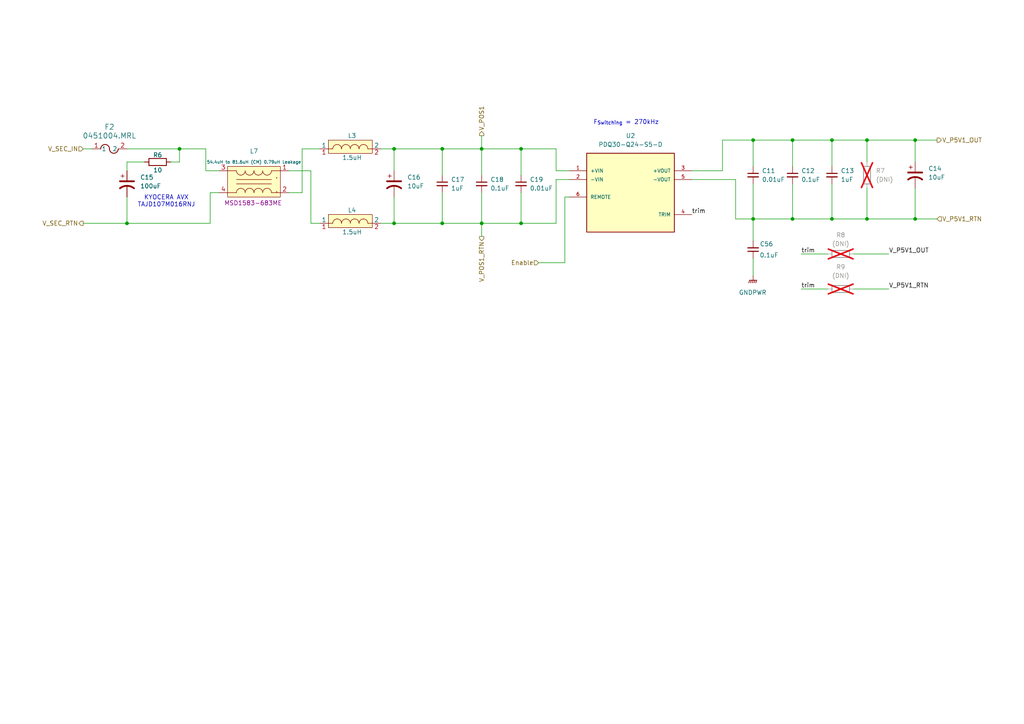
<source format=kicad_sch>
(kicad_sch
	(version 20250114)
	(generator "eeschema")
	(generator_version "9.0")
	(uuid "673e502d-17b6-4e07-aaaf-0e3d87161a91")
	(paper "A4")
	(lib_symbols
		(symbol "CUI:PDQ30-Q24-S5-D"
			(pin_names
				(offset 1.016)
			)
			(exclude_from_sim no)
			(in_bom yes)
			(on_board yes)
			(property "Reference" "U"
				(at -12.7244 10.1795 0)
				(effects
					(font
						(size 1.27 1.27)
					)
					(justify left bottom)
				)
			)
			(property "Value" "PDQ30-Q24-S5-D"
				(at -12.746 -15.2952 0)
				(effects
					(font
						(size 1.27 1.27)
					)
					(justify left bottom)
				)
			)
			(property "Footprint" "CUI:CONV_PDQ30-Q24-S5-D"
				(at 0 0 0)
				(effects
					(font
						(size 1.27 1.27)
					)
					(justify bottom)
					(hide yes)
				)
			)
			(property "Datasheet" "https://www.belfuse.com/media/datasheets/products/power-supplies/PDQ30-D.pdf"
				(at 0 0 0)
				(effects
					(font
						(size 1.27 1.27)
					)
					(hide yes)
				)
			)
			(property "Description" "Isolated Module DC DC Converter 1 Output 5V 6A 9V - 36V Input"
				(at 0 0 0)
				(effects
					(font
						(size 1.27 1.27)
					)
					(hide yes)
				)
			)
			(property "Manufacturer" "CUI Inc"
				(at 0 0 0)
				(effects
					(font
						(size 1.27 1.27)
					)
					(justify bottom)
					(hide yes)
				)
			)
			(property "Man. Part Num" "PDQ30-Q24-S5-D"
				(at 0 0 0)
				(effects
					(font
						(size 1.27 1.27)
					)
					(hide yes)
				)
			)
			(property "Distributor" "Mouser"
				(at 0 0 0)
				(effects
					(font
						(size 1.27 1.27)
					)
					(hide yes)
				)
			)
			(property "Dist. Part Num" "490-PDQ30-Q24-S5-D"
				(at 0 0 0)
				(effects
					(font
						(size 1.27 1.27)
					)
					(hide yes)
				)
			)
			(property "Part Type" "Through Hole"
				(at 0 0 0)
				(effects
					(font
						(size 1.27 1.27)
					)
					(hide yes)
				)
			)
			(property "Package" "-"
				(at 0 0 0)
				(effects
					(font
						(size 1.27 1.27)
					)
					(hide yes)
				)
			)
			(property "Notes" ""
				(at 0 0 0)
				(effects
					(font
						(size 1.27 1.27)
					)
					(hide yes)
				)
			)
			(symbol "PDQ30-Q24-S5-D_0_0"
				(rectangle
					(start -12.7 -12.7)
					(end 12.7 10.16)
					(stroke
						(width 0.254)
						(type default)
					)
					(fill
						(type background)
					)
				)
				(pin input line
					(at -17.78 5.08 0)
					(length 5.08)
					(name "+VIN"
						(effects
							(font
								(size 1.016 1.016)
							)
						)
					)
					(number "1"
						(effects
							(font
								(size 1.016 1.016)
							)
						)
					)
				)
				(pin input line
					(at -17.78 2.54 0)
					(length 5.08)
					(name "-VIN"
						(effects
							(font
								(size 1.016 1.016)
							)
						)
					)
					(number "2"
						(effects
							(font
								(size 1.016 1.016)
							)
						)
					)
				)
				(pin input line
					(at -17.78 -2.54 0)
					(length 5.08)
					(name "REMOTE"
						(effects
							(font
								(size 1.016 1.016)
							)
						)
					)
					(number "6"
						(effects
							(font
								(size 1.016 1.016)
							)
						)
					)
				)
				(pin output line
					(at 17.78 5.08 180)
					(length 5.08)
					(name "+VOUT"
						(effects
							(font
								(size 1.016 1.016)
							)
						)
					)
					(number "3"
						(effects
							(font
								(size 1.016 1.016)
							)
						)
					)
				)
				(pin output line
					(at 17.78 2.54 180)
					(length 5.08)
					(name "-VOUT"
						(effects
							(font
								(size 1.016 1.016)
							)
						)
					)
					(number "5"
						(effects
							(font
								(size 1.016 1.016)
							)
						)
					)
				)
				(pin passive line
					(at 17.78 -7.62 180)
					(length 5.08)
					(name "TRIM"
						(effects
							(font
								(size 1.016 1.016)
							)
						)
					)
					(number "4"
						(effects
							(font
								(size 1.016 1.016)
							)
						)
					)
				)
			)
			(embedded_fonts no)
		)
		(symbol "CoilCraft:MLC7542"
			(pin_names
				(offset 0)
			)
			(exclude_from_sim no)
			(in_bom yes)
			(on_board yes)
			(property "Reference" "L"
				(at 5.334 3.81 0)
				(effects
					(font
						(size 1.27 1.27)
					)
				)
			)
			(property "Value" ""
				(at 6.35 3.302 0)
				(effects
					(font
						(size 1.27 1.27)
					)
				)
			)
			(property "Footprint" ""
				(at 6.35 3.302 0)
				(effects
					(font
						(size 1.27 1.27)
					)
					(hide yes)
				)
			)
			(property "Datasheet" ""
				(at 6.35 3.302 0)
				(effects
					(font
						(size 1.27 1.27)
					)
					(hide yes)
				)
			)
			(property "Description" ""
				(at 6.35 3.302 0)
				(effects
					(font
						(size 1.27 1.27)
					)
					(hide yes)
				)
			)
			(property "Manufacturer" "Coil Craft"
				(at 0 0 0)
				(effects
					(font
						(size 1.27 1.27)
					)
					(hide yes)
				)
			)
			(property "Man. Part Num" ""
				(at 0 0 0)
				(effects
					(font
						(size 1.27 1.27)
					)
					(hide yes)
				)
			)
			(property "Distributor" "Coil Craft"
				(at 0 0 0)
				(effects
					(font
						(size 1.27 1.27)
					)
					(hide yes)
				)
			)
			(property "Dist. Part Num" ""
				(at 0 0 0)
				(effects
					(font
						(size 1.27 1.27)
					)
					(hide yes)
				)
			)
			(property "Package" ""
				(at 0 0 0)
				(effects
					(font
						(size 1.27 1.27)
					)
					(hide yes)
				)
			)
			(property "Notes" ""
				(at 0 0 0)
				(effects
					(font
						(size 1.27 1.27)
					)
					(hide yes)
				)
			)
			(property "Part Type" "SMD"
				(at 0 0 0)
				(effects
					(font
						(size 1.27 1.27)
					)
					(hide yes)
				)
			)
			(symbol "MLC7542_0_1"
				(arc
					(start 1.27 0)
					(mid 1.642 0.898)
					(end 2.54 1.27)
					(stroke
						(width 0)
						(type default)
					)
					(fill
						(type none)
					)
				)
				(arc
					(start 2.54 1.27)
					(mid 3.438 0.898)
					(end 3.81 0)
					(stroke
						(width 0)
						(type default)
					)
					(fill
						(type none)
					)
				)
				(arc
					(start 3.81 0)
					(mid 4.182 0.898)
					(end 5.08 1.27)
					(stroke
						(width 0)
						(type default)
					)
					(fill
						(type none)
					)
				)
				(arc
					(start 5.08 1.27)
					(mid 5.978 0.898)
					(end 6.35 0)
					(stroke
						(width 0)
						(type default)
					)
					(fill
						(type none)
					)
				)
				(arc
					(start 6.35 0)
					(mid 6.722 0.898)
					(end 7.62 1.27)
					(stroke
						(width 0)
						(type default)
					)
					(fill
						(type none)
					)
				)
				(arc
					(start 7.62 1.27)
					(mid 8.518 0.898)
					(end 8.89 0)
					(stroke
						(width 0)
						(type default)
					)
					(fill
						(type none)
					)
				)
				(arc
					(start 8.89 0)
					(mid 9.262 0.898)
					(end 10.16 1.27)
					(stroke
						(width 0)
						(type default)
					)
					(fill
						(type none)
					)
				)
				(arc
					(start 10.16 1.27)
					(mid 11.058 0.898)
					(end 11.43 0)
					(stroke
						(width 0)
						(type default)
					)
					(fill
						(type none)
					)
				)
			)
			(symbol "MLC7542_1_1"
				(rectangle
					(start 0 2.54)
					(end 12.7 -1.27)
					(stroke
						(width 0)
						(type default)
					)
					(fill
						(type background)
					)
				)
				(polyline
					(pts
						(xy 1.27 0) (xy 0 0)
					)
					(stroke
						(width 0)
						(type default)
					)
					(fill
						(type none)
					)
				)
				(polyline
					(pts
						(xy 11.43 0) (xy 12.7 0)
					)
					(stroke
						(width 0)
						(type default)
					)
					(fill
						(type none)
					)
				)
				(pin bidirectional line
					(at -2.54 0 0)
					(length 2.54)
					(name "1"
						(effects
							(font
								(size 1.27 1.27)
							)
						)
					)
					(number "1"
						(effects
							(font
								(size 1.27 1.27)
							)
						)
					)
				)
				(pin bidirectional line
					(at 15.24 0 180)
					(length 2.54)
					(name "2"
						(effects
							(font
								(size 1.27 1.27)
							)
						)
					)
					(number "2"
						(effects
							(font
								(size 1.27 1.27)
							)
						)
					)
				)
			)
			(embedded_fonts no)
		)
		(symbol "CoilCraft:MSD1583-105"
			(exclude_from_sim no)
			(in_bom yes)
			(on_board yes)
			(property "Reference" "L"
				(at -3.81 -2.54 0)
				(effects
					(font
						(size 1.27 1.27)
					)
				)
			)
			(property "Value" "900uH to 1mH (CM) 2uH Leakage"
				(at 20.32 8.89 0)
				(effects
					(font
						(size 1.27 1.27)
					)
				)
			)
			(property "Footprint" "CoilCraft:MSD1583-105"
				(at 20.32 8.89 0)
				(effects
					(font
						(size 1.27 1.27)
					)
					(hide yes)
				)
			)
			(property "Datasheet" "https://www.coilcraft.com/getmedia/ad29d13c-1804-4028-bd90-ce6471403018/msd1583_cm.pdf"
				(at 20.32 8.89 0)
				(effects
					(font
						(size 1.27 1.27)
					)
					(hide yes)
				)
			)
			(property "Description" "Common Mode Chokes – MSD1583"
				(at 20.32 8.89 0)
				(effects
					(font
						(size 1.27 1.27)
					)
					(hide yes)
				)
			)
			(property "Manufacturer" "Coil Craft"
				(at 0 0 0)
				(effects
					(font
						(size 1.27 1.27)
					)
					(hide yes)
				)
			)
			(property "Man. Part Num" "MSD1583-105KE_"
				(at 0 0 0)
				(effects
					(font
						(size 1.27 1.27)
					)
					(hide yes)
				)
			)
			(property "Distributor" "Coil Craft"
				(at 0 0 0)
				(effects
					(font
						(size 1.27 1.27)
					)
					(hide yes)
				)
			)
			(property "Dist. Part Num" "MSD1583-105KE_"
				(at 0 0 0)
				(effects
					(font
						(size 1.27 1.27)
					)
					(hide yes)
				)
			)
			(property "Package" ""
				(at 0 0 0)
				(effects
					(font
						(size 1.27 1.27)
					)
					(hide yes)
				)
			)
			(property "Part Type" "SMD"
				(at 0 0 0)
				(effects
					(font
						(size 1.27 1.27)
					)
					(hide yes)
				)
			)
			(property "Notes" ""
				(at 0 0 0)
				(effects
					(font
						(size 1.27 1.27)
					)
					(hide yes)
				)
			)
			(symbol "MSD1583-105_0_1"
				(arc
					(start 6.35 6.35)
					(mid 5.452 6.722)
					(end 5.08 7.62)
					(stroke
						(width 0)
						(type default)
					)
					(fill
						(type none)
					)
				)
				(arc
					(start 7.62 7.62)
					(mid 7.248 6.722)
					(end 6.35 6.35)
					(stroke
						(width 0)
						(type default)
					)
					(fill
						(type none)
					)
				)
				(arc
					(start 5.0799 1.2701)
					(mid 5.4519 2.1681)
					(end 6.3499 2.5401)
					(stroke
						(width 0)
						(type default)
					)
					(fill
						(type none)
					)
				)
				(arc
					(start 6.3499 2.5401)
					(mid 7.248 2.1682)
					(end 7.6199 1.2701)
					(stroke
						(width 0)
						(type default)
					)
					(fill
						(type none)
					)
				)
				(arc
					(start 8.89 6.35)
					(mid 7.992 6.722)
					(end 7.62 7.62)
					(stroke
						(width 0)
						(type default)
					)
					(fill
						(type none)
					)
				)
				(arc
					(start 10.16 7.62)
					(mid 9.788 6.722)
					(end 8.89 6.35)
					(stroke
						(width 0)
						(type default)
					)
					(fill
						(type none)
					)
				)
				(arc
					(start 7.6199 1.2701)
					(mid 7.9919 2.1681)
					(end 8.8899 2.5401)
					(stroke
						(width 0)
						(type default)
					)
					(fill
						(type none)
					)
				)
				(arc
					(start 8.8899 2.5401)
					(mid 9.788 2.1682)
					(end 10.1599 1.2701)
					(stroke
						(width 0)
						(type default)
					)
					(fill
						(type none)
					)
				)
				(arc
					(start 11.43 6.35)
					(mid 10.532 6.722)
					(end 10.16 7.62)
					(stroke
						(width 0)
						(type default)
					)
					(fill
						(type none)
					)
				)
				(arc
					(start 12.7 7.62)
					(mid 12.328 6.722)
					(end 11.43 6.35)
					(stroke
						(width 0)
						(type default)
					)
					(fill
						(type none)
					)
				)
				(arc
					(start 10.1599 1.2701)
					(mid 10.5319 2.1681)
					(end 11.4299 2.5401)
					(stroke
						(width 0)
						(type default)
					)
					(fill
						(type none)
					)
				)
				(arc
					(start 11.4299 2.5401)
					(mid 12.328 2.1682)
					(end 12.6999 1.2701)
					(stroke
						(width 0)
						(type default)
					)
					(fill
						(type none)
					)
				)
				(arc
					(start 13.97 6.35)
					(mid 13.072 6.722)
					(end 12.7 7.62)
					(stroke
						(width 0)
						(type default)
					)
					(fill
						(type none)
					)
				)
				(arc
					(start 15.24 7.62)
					(mid 14.868 6.722)
					(end 13.97 6.35)
					(stroke
						(width 0)
						(type default)
					)
					(fill
						(type none)
					)
				)
				(arc
					(start 12.6999 1.2701)
					(mid 13.0719 2.1681)
					(end 13.9699 2.5401)
					(stroke
						(width 0)
						(type default)
					)
					(fill
						(type none)
					)
				)
				(arc
					(start 13.9699 2.5401)
					(mid 14.868 2.1682)
					(end 15.2399 1.2701)
					(stroke
						(width 0)
						(type default)
					)
					(fill
						(type none)
					)
				)
				(polyline
					(pts
						(xy 15.24 5.08) (xy 5.08 5.08)
					)
					(stroke
						(width 0)
						(type default)
					)
					(fill
						(type none)
					)
				)
			)
			(symbol "MSD1583-105_1_1"
				(polyline
					(pts
						(xy 5.08 7.62) (xy 2.54 7.62)
					)
					(stroke
						(width 0)
						(type default)
					)
					(fill
						(type none)
					)
				)
				(polyline
					(pts
						(xy 5.08 1.27) (xy 2.54 1.27)
					)
					(stroke
						(width 0)
						(type default)
					)
					(fill
						(type none)
					)
				)
				(polyline
					(pts
						(xy 15.24 7.62) (xy 17.78 7.62)
					)
					(stroke
						(width 0)
						(type default)
					)
					(fill
						(type none)
					)
				)
				(polyline
					(pts
						(xy 15.24 3.81) (xy 5.08 3.81)
					)
					(stroke
						(width 0)
						(type default)
					)
					(fill
						(type none)
					)
				)
				(polyline
					(pts
						(xy 15.24 1.27) (xy 17.78 1.27)
					)
					(stroke
						(width 0)
						(type default)
					)
					(fill
						(type none)
					)
				)
				(rectangle
					(start 17.78 0)
					(end 2.54 8.89)
					(stroke
						(width 0)
						(type default)
					)
					(fill
						(type background)
					)
				)
				(text "."
					(at 16.764 6.096 0)
					(effects
						(font
							(size 1.27 1.27)
						)
					)
				)
				(text "."
					(at 16.764 2.032 0)
					(effects
						(font
							(size 1.27 1.27)
						)
					)
				)
				(pin input line
					(at 0 7.62 0)
					(length 2.54)
					(name ""
						(effects
							(font
								(size 1.27 1.27)
							)
						)
					)
					(number "3"
						(effects
							(font
								(size 1.27 1.27)
							)
						)
					)
				)
				(pin input line
					(at 0 1.27 0)
					(length 2.54)
					(name ""
						(effects
							(font
								(size 1.27 1.27)
							)
						)
					)
					(number "4"
						(effects
							(font
								(size 1.27 1.27)
							)
						)
					)
				)
				(pin input line
					(at 20.32 7.62 180)
					(length 2.54)
					(name ""
						(effects
							(font
								(size 1.27 1.27)
							)
						)
					)
					(number "1"
						(effects
							(font
								(size 1.27 1.27)
							)
						)
					)
				)
				(pin input line
					(at 20.32 1.27 180)
					(length 2.54)
					(name ""
						(effects
							(font
								(size 1.27 1.27)
							)
						)
					)
					(number "2"
						(effects
							(font
								(size 1.27 1.27)
							)
						)
					)
				)
			)
			(embedded_fonts no)
		)
		(symbol "Device:C_Polarized_US"
			(pin_numbers
				(hide yes)
			)
			(pin_names
				(offset 0.254)
				(hide yes)
			)
			(exclude_from_sim no)
			(in_bom yes)
			(on_board yes)
			(property "Reference" "C"
				(at 0.635 2.54 0)
				(effects
					(font
						(size 1.27 1.27)
					)
					(justify left)
				)
			)
			(property "Value" "C_Polarized_US"
				(at 0.635 -2.54 0)
				(effects
					(font
						(size 1.27 1.27)
					)
					(justify left)
				)
			)
			(property "Footprint" ""
				(at 0 0 0)
				(effects
					(font
						(size 1.27 1.27)
					)
					(hide yes)
				)
			)
			(property "Datasheet" "~"
				(at 0 0 0)
				(effects
					(font
						(size 1.27 1.27)
					)
					(hide yes)
				)
			)
			(property "Description" "Polarized capacitor, US symbol"
				(at 0 0 0)
				(effects
					(font
						(size 1.27 1.27)
					)
					(hide yes)
				)
			)
			(property "ki_keywords" "cap capacitor"
				(at 0 0 0)
				(effects
					(font
						(size 1.27 1.27)
					)
					(hide yes)
				)
			)
			(property "ki_fp_filters" "CP_*"
				(at 0 0 0)
				(effects
					(font
						(size 1.27 1.27)
					)
					(hide yes)
				)
			)
			(symbol "C_Polarized_US_0_1"
				(polyline
					(pts
						(xy -2.032 0.762) (xy 2.032 0.762)
					)
					(stroke
						(width 0.508)
						(type default)
					)
					(fill
						(type none)
					)
				)
				(polyline
					(pts
						(xy -1.778 2.286) (xy -0.762 2.286)
					)
					(stroke
						(width 0)
						(type default)
					)
					(fill
						(type none)
					)
				)
				(polyline
					(pts
						(xy -1.27 1.778) (xy -1.27 2.794)
					)
					(stroke
						(width 0)
						(type default)
					)
					(fill
						(type none)
					)
				)
				(arc
					(start -2.032 -1.27)
					(mid 0 -0.5572)
					(end 2.032 -1.27)
					(stroke
						(width 0.508)
						(type default)
					)
					(fill
						(type none)
					)
				)
			)
			(symbol "C_Polarized_US_1_1"
				(pin passive line
					(at 0 3.81 270)
					(length 2.794)
					(name "~"
						(effects
							(font
								(size 1.27 1.27)
							)
						)
					)
					(number "1"
						(effects
							(font
								(size 1.27 1.27)
							)
						)
					)
				)
				(pin passive line
					(at 0 -3.81 90)
					(length 3.302)
					(name "~"
						(effects
							(font
								(size 1.27 1.27)
							)
						)
					)
					(number "2"
						(effects
							(font
								(size 1.27 1.27)
							)
						)
					)
				)
			)
			(embedded_fonts no)
		)
		(symbol "Device:C_Small"
			(pin_numbers
				(hide yes)
			)
			(pin_names
				(offset 0.254)
				(hide yes)
			)
			(exclude_from_sim no)
			(in_bom yes)
			(on_board yes)
			(property "Reference" "C"
				(at 0.254 1.778 0)
				(effects
					(font
						(size 1.27 1.27)
					)
					(justify left)
				)
			)
			(property "Value" "C_Small"
				(at 0.254 -2.032 0)
				(effects
					(font
						(size 1.27 1.27)
					)
					(justify left)
				)
			)
			(property "Footprint" ""
				(at 0 0 0)
				(effects
					(font
						(size 1.27 1.27)
					)
					(hide yes)
				)
			)
			(property "Datasheet" "~"
				(at 0 0 0)
				(effects
					(font
						(size 1.27 1.27)
					)
					(hide yes)
				)
			)
			(property "Description" "Unpolarized capacitor, small symbol"
				(at 0 0 0)
				(effects
					(font
						(size 1.27 1.27)
					)
					(hide yes)
				)
			)
			(property "ki_keywords" "capacitor cap"
				(at 0 0 0)
				(effects
					(font
						(size 1.27 1.27)
					)
					(hide yes)
				)
			)
			(property "ki_fp_filters" "C_*"
				(at 0 0 0)
				(effects
					(font
						(size 1.27 1.27)
					)
					(hide yes)
				)
			)
			(symbol "C_Small_0_1"
				(polyline
					(pts
						(xy -1.524 0.508) (xy 1.524 0.508)
					)
					(stroke
						(width 0.3048)
						(type default)
					)
					(fill
						(type none)
					)
				)
				(polyline
					(pts
						(xy -1.524 -0.508) (xy 1.524 -0.508)
					)
					(stroke
						(width 0.3302)
						(type default)
					)
					(fill
						(type none)
					)
				)
			)
			(symbol "C_Small_1_1"
				(pin passive line
					(at 0 2.54 270)
					(length 2.032)
					(name "~"
						(effects
							(font
								(size 1.27 1.27)
							)
						)
					)
					(number "1"
						(effects
							(font
								(size 1.27 1.27)
							)
						)
					)
				)
				(pin passive line
					(at 0 -2.54 90)
					(length 2.032)
					(name "~"
						(effects
							(font
								(size 1.27 1.27)
							)
						)
					)
					(number "2"
						(effects
							(font
								(size 1.27 1.27)
							)
						)
					)
				)
			)
			(embedded_fonts no)
		)
		(symbol "Device:R"
			(pin_numbers
				(hide yes)
			)
			(pin_names
				(offset 0)
			)
			(exclude_from_sim no)
			(in_bom yes)
			(on_board yes)
			(property "Reference" "R"
				(at 2.032 0 90)
				(effects
					(font
						(size 1.27 1.27)
					)
				)
			)
			(property "Value" "R"
				(at 0 0 90)
				(effects
					(font
						(size 1.27 1.27)
					)
				)
			)
			(property "Footprint" ""
				(at -1.778 0 90)
				(effects
					(font
						(size 1.27 1.27)
					)
					(hide yes)
				)
			)
			(property "Datasheet" "~"
				(at 0 0 0)
				(effects
					(font
						(size 1.27 1.27)
					)
					(hide yes)
				)
			)
			(property "Description" "Resistor"
				(at 0 0 0)
				(effects
					(font
						(size 1.27 1.27)
					)
					(hide yes)
				)
			)
			(property "ki_keywords" "R res resistor"
				(at 0 0 0)
				(effects
					(font
						(size 1.27 1.27)
					)
					(hide yes)
				)
			)
			(property "ki_fp_filters" "R_*"
				(at 0 0 0)
				(effects
					(font
						(size 1.27 1.27)
					)
					(hide yes)
				)
			)
			(symbol "R_0_1"
				(rectangle
					(start -1.016 -2.54)
					(end 1.016 2.54)
					(stroke
						(width 0.254)
						(type default)
					)
					(fill
						(type none)
					)
				)
			)
			(symbol "R_1_1"
				(pin passive line
					(at 0 3.81 270)
					(length 1.27)
					(name "~"
						(effects
							(font
								(size 1.27 1.27)
							)
						)
					)
					(number "1"
						(effects
							(font
								(size 1.27 1.27)
							)
						)
					)
				)
				(pin passive line
					(at 0 -3.81 90)
					(length 1.27)
					(name "~"
						(effects
							(font
								(size 1.27 1.27)
							)
						)
					)
					(number "2"
						(effects
							(font
								(size 1.27 1.27)
							)
						)
					)
				)
			)
			(embedded_fonts no)
		)
		(symbol "Little_Fuse:0451004.MRL"
			(pin_names
				(offset 0.254)
			)
			(exclude_from_sim no)
			(in_bom yes)
			(on_board yes)
			(property "Reference" "F"
				(at 5.08 3.175 0)
				(effects
					(font
						(size 1.524 1.524)
					)
				)
			)
			(property "Value" "0451004.MRL"
				(at 5.08 -3.175 0)
				(effects
					(font
						(size 1.524 1.524)
					)
				)
			)
			(property "Footprint" "Little_Fuse:0451Series_LTF"
				(at 0 0 0)
				(effects
					(font
						(size 1.27 1.27)
						(italic yes)
					)
					(hide yes)
				)
			)
			(property "Datasheet" "https://www.littelfuse.com/assetdocs/littelfuse-fuse-451-453-datasheet?assetguid=533cd5cc-956c-4243-867f-6ab5a62f6ba1"
				(at 0 0 0)
				(effects
					(font
						(size 1.27 1.27)
						(italic yes)
					)
					(hide yes)
				)
			)
			(property "Description" "4 A 125 V 125 V Fuse Board Mount (Cartridge Style Excluded) Surface Mount 2-SMD, Square End Block"
				(at 0 0 0)
				(effects
					(font
						(size 1.27 1.27)
					)
					(hide yes)
				)
			)
			(property "Manufacturer" "Littelfuse Inc."
				(at 0 0 0)
				(effects
					(font
						(size 1.27 1.27)
					)
					(hide yes)
				)
			)
			(property "Man. Part Num" "0451004.MRL"
				(at 0 0 0)
				(effects
					(font
						(size 1.27 1.27)
					)
					(hide yes)
				)
			)
			(property "Distributor" "Digikey"
				(at 0 0 0)
				(effects
					(font
						(size 1.27 1.27)
					)
					(hide yes)
				)
			)
			(property "Dist. Part Num" "F2586CT-ND"
				(at 0 0 0)
				(effects
					(font
						(size 1.27 1.27)
					)
					(hide yes)
				)
			)
			(property "Package" "2-SMD, Square End Block"
				(at 0 0 0)
				(effects
					(font
						(size 1.27 1.27)
					)
					(hide yes)
				)
			)
			(property "Part Type" "SMD"
				(at 0 0 0)
				(effects
					(font
						(size 1.27 1.27)
					)
					(hide yes)
				)
			)
			(property "ki_keywords" "0451004.MRL"
				(at 0 0 0)
				(effects
					(font
						(size 1.27 1.27)
					)
					(hide yes)
				)
			)
			(property "ki_fp_filters" "0154Series_LTF"
				(at 0 0 0)
				(effects
					(font
						(size 1.27 1.27)
					)
					(hide yes)
				)
			)
			(symbol "0451004.MRL_1_1"
				(arc
					(start 2.54 0)
					(mid 3.81 1.2645)
					(end 5.08 0)
					(stroke
						(width 0.254)
						(type default)
					)
					(fill
						(type none)
					)
				)
				(arc
					(start 7.62 0)
					(mid 6.35 -1.2645)
					(end 5.08 0)
					(stroke
						(width 0.254)
						(type default)
					)
					(fill
						(type none)
					)
				)
				(pin unspecified line
					(at 0 0 0)
					(length 2.54)
					(name "1"
						(effects
							(font
								(size 1.27 1.27)
							)
						)
					)
					(number "1"
						(effects
							(font
								(size 1.27 1.27)
							)
						)
					)
				)
				(pin unspecified line
					(at 10.16 0 180)
					(length 2.54)
					(name "2"
						(effects
							(font
								(size 1.27 1.27)
							)
						)
					)
					(number "2"
						(effects
							(font
								(size 1.27 1.27)
							)
						)
					)
				)
			)
			(symbol "0451004.MRL_1_2"
				(arc
					(start 0 7.62)
					(mid 1.2645 6.35)
					(end 0 5.08)
					(stroke
						(width 0.254)
						(type default)
					)
					(fill
						(type none)
					)
				)
				(arc
					(start 0 2.54)
					(mid -1.2645 3.81)
					(end 0 5.08)
					(stroke
						(width 0.254)
						(type default)
					)
					(fill
						(type none)
					)
				)
				(pin unspecified line
					(at 0 10.16 270)
					(length 2.54)
					(name "2"
						(effects
							(font
								(size 1.27 1.27)
							)
						)
					)
					(number "2"
						(effects
							(font
								(size 1.27 1.27)
							)
						)
					)
				)
				(pin unspecified line
					(at 0 0 90)
					(length 2.54)
					(name "1"
						(effects
							(font
								(size 1.27 1.27)
							)
						)
					)
					(number "1"
						(effects
							(font
								(size 1.27 1.27)
							)
						)
					)
				)
			)
			(embedded_fonts no)
		)
		(symbol "Passive_Parts:C"
			(pin_numbers
				(hide yes)
			)
			(pin_names
				(offset 0)
				(hide yes)
			)
			(exclude_from_sim no)
			(in_bom yes)
			(on_board yes)
			(property "Reference" "C"
				(at 2.54 5.08 0)
				(effects
					(font
						(size 1.27 1.27)
					)
				)
			)
			(property "Value" ""
				(at 0 0 0)
				(effects
					(font
						(size 1.27 1.27)
					)
				)
			)
			(property "Footprint" ""
				(at 0 0 0)
				(effects
					(font
						(size 1.27 1.27)
					)
					(hide yes)
				)
			)
			(property "Datasheet" ""
				(at 0 0 0)
				(effects
					(font
						(size 1.27 1.27)
					)
					(hide yes)
				)
			)
			(property "Description" ""
				(at 0 0 0)
				(effects
					(font
						(size 1.27 1.27)
					)
					(hide yes)
				)
			)
			(property "Manufacturer" ""
				(at 0 0 0)
				(effects
					(font
						(size 1.27 1.27)
					)
					(hide yes)
				)
			)
			(property "Man. Part Num" ""
				(at 0 0 0)
				(effects
					(font
						(size 1.27 1.27)
					)
					(hide yes)
				)
			)
			(property "Distributor" "Digi-Key"
				(at 0 0 0)
				(effects
					(font
						(size 1.27 1.27)
					)
					(hide yes)
				)
			)
			(property "Dist. Part Num" ""
				(at 0 0 0)
				(effects
					(font
						(size 1.27 1.27)
					)
					(hide yes)
				)
			)
			(property "Package" ""
				(at 0 0 0)
				(effects
					(font
						(size 1.27 1.27)
					)
					(hide yes)
				)
			)
			(property "Part Type" "SMD"
				(at 0 0 0)
				(effects
					(font
						(size 1.27 1.27)
					)
					(hide yes)
				)
			)
			(property "Notes" ""
				(at 0 0 0)
				(effects
					(font
						(size 1.27 1.27)
					)
					(hide yes)
				)
			)
			(symbol "C_0_1"
				(polyline
					(pts
						(xy 2.032 1.016) (xy 2.032 4.064)
					)
					(stroke
						(width 0.3048)
						(type default)
					)
					(fill
						(type none)
					)
				)
				(polyline
					(pts
						(xy 3.048 1.016) (xy 3.048 4.064)
					)
					(stroke
						(width 0.3302)
						(type default)
					)
					(fill
						(type none)
					)
				)
			)
			(symbol "C_1_1"
				(pin passive line
					(at 0 2.54 0)
					(length 2.032)
					(name "~"
						(effects
							(font
								(size 1.27 1.27)
							)
						)
					)
					(number "1"
						(effects
							(font
								(size 1.27 1.27)
							)
						)
					)
				)
				(pin passive line
					(at 5.08 2.54 180)
					(length 2.032)
					(name "~"
						(effects
							(font
								(size 1.27 1.27)
							)
						)
					)
					(number "2"
						(effects
							(font
								(size 1.27 1.27)
							)
						)
					)
				)
			)
			(embedded_fonts no)
		)
		(symbol "power:GNDPWR"
			(power)
			(pin_numbers
				(hide yes)
			)
			(pin_names
				(offset 0)
				(hide yes)
			)
			(exclude_from_sim no)
			(in_bom yes)
			(on_board yes)
			(property "Reference" "#PWR"
				(at 0 -5.08 0)
				(effects
					(font
						(size 1.27 1.27)
					)
					(hide yes)
				)
			)
			(property "Value" "GNDPWR"
				(at 0 -3.302 0)
				(effects
					(font
						(size 1.27 1.27)
					)
				)
			)
			(property "Footprint" ""
				(at 0 -1.27 0)
				(effects
					(font
						(size 1.27 1.27)
					)
					(hide yes)
				)
			)
			(property "Datasheet" ""
				(at 0 -1.27 0)
				(effects
					(font
						(size 1.27 1.27)
					)
					(hide yes)
				)
			)
			(property "Description" "Power symbol creates a global label with name \"GNDPWR\" , global ground"
				(at 0 0 0)
				(effects
					(font
						(size 1.27 1.27)
					)
					(hide yes)
				)
			)
			(property "ki_keywords" "global ground"
				(at 0 0 0)
				(effects
					(font
						(size 1.27 1.27)
					)
					(hide yes)
				)
			)
			(symbol "GNDPWR_0_1"
				(polyline
					(pts
						(xy -1.016 -1.27) (xy -1.27 -2.032) (xy -1.27 -2.032)
					)
					(stroke
						(width 0.2032)
						(type default)
					)
					(fill
						(type none)
					)
				)
				(polyline
					(pts
						(xy -0.508 -1.27) (xy -0.762 -2.032) (xy -0.762 -2.032)
					)
					(stroke
						(width 0.2032)
						(type default)
					)
					(fill
						(type none)
					)
				)
				(polyline
					(pts
						(xy 0 -1.27) (xy 0 0)
					)
					(stroke
						(width 0)
						(type default)
					)
					(fill
						(type none)
					)
				)
				(polyline
					(pts
						(xy 0 -1.27) (xy -0.254 -2.032) (xy -0.254 -2.032)
					)
					(stroke
						(width 0.2032)
						(type default)
					)
					(fill
						(type none)
					)
				)
				(polyline
					(pts
						(xy 0.508 -1.27) (xy 0.254 -2.032) (xy 0.254 -2.032)
					)
					(stroke
						(width 0.2032)
						(type default)
					)
					(fill
						(type none)
					)
				)
				(polyline
					(pts
						(xy 1.016 -1.27) (xy -1.016 -1.27) (xy -1.016 -1.27)
					)
					(stroke
						(width 0.2032)
						(type default)
					)
					(fill
						(type none)
					)
				)
				(polyline
					(pts
						(xy 1.016 -1.27) (xy 0.762 -2.032) (xy 0.762 -2.032) (xy 0.762 -2.032)
					)
					(stroke
						(width 0.2032)
						(type default)
					)
					(fill
						(type none)
					)
				)
			)
			(symbol "GNDPWR_1_1"
				(pin power_in line
					(at 0 0 270)
					(length 0)
					(name "~"
						(effects
							(font
								(size 1.27 1.27)
							)
						)
					)
					(number "1"
						(effects
							(font
								(size 1.27 1.27)
							)
						)
					)
				)
			)
			(embedded_fonts no)
		)
	)
	(text "F_{Switching} = 270kHz"
		(exclude_from_sim no)
		(at 181.61 35.56 0)
		(effects
			(font
				(size 1.27 1.27)
			)
		)
		(uuid "b3e0fd9e-14a4-498c-a8a0-3fcb6593b96c")
	)
	(text "KYOCERA AVX\nTAJD107M016RNJ"
		(exclude_from_sim no)
		(at 48.26 58.42 0)
		(effects
			(font
				(size 1.27 1.27)
			)
		)
		(uuid "c0485eac-0e31-4c0d-8577-0525a635f827")
	)
	(junction
		(at 241.3 63.5)
		(diameter 0)
		(color 0 0 0 0)
		(uuid "03e3e76c-9564-47a4-ab91-a80364a1f07d")
	)
	(junction
		(at 52.07 43.18)
		(diameter 0)
		(color 0 0 0 0)
		(uuid "08d9c1df-aa66-47f0-8db2-6c8367ad911e")
	)
	(junction
		(at 251.46 40.64)
		(diameter 0)
		(color 0 0 0 0)
		(uuid "17a76f51-4edc-4e32-a7b5-930f943590fb")
	)
	(junction
		(at 218.44 63.5)
		(diameter 0)
		(color 0 0 0 0)
		(uuid "19e78f88-6438-4f87-8226-56ae48582fb8")
	)
	(junction
		(at 241.3 40.64)
		(diameter 0)
		(color 0 0 0 0)
		(uuid "39274afa-71e8-4ee7-8851-94fcfdb50a11")
	)
	(junction
		(at 151.13 43.18)
		(diameter 0)
		(color 0 0 0 0)
		(uuid "3dd526d6-0ef8-4de1-8092-23a60e387775")
	)
	(junction
		(at 229.87 63.5)
		(diameter 0)
		(color 0 0 0 0)
		(uuid "4d5e3f55-b1be-42e4-91d4-4f2396bc86cb")
	)
	(junction
		(at 114.3 64.77)
		(diameter 0)
		(color 0 0 0 0)
		(uuid "58fee353-c912-42df-ace1-53190426ad03")
	)
	(junction
		(at 139.7 64.77)
		(diameter 0)
		(color 0 0 0 0)
		(uuid "5b380e1a-6a72-449f-b04c-e72fc4477755")
	)
	(junction
		(at 265.43 40.64)
		(diameter 0)
		(color 0 0 0 0)
		(uuid "70f77aa2-50c6-45d2-98cb-b617e4c2f53c")
	)
	(junction
		(at 151.13 64.77)
		(diameter 0)
		(color 0 0 0 0)
		(uuid "767d490d-dfb1-45f0-acb5-fac71a052aae")
	)
	(junction
		(at 265.43 63.5)
		(diameter 0)
		(color 0 0 0 0)
		(uuid "92950dad-2f46-4515-aedc-eec9febfe05e")
	)
	(junction
		(at 139.7 43.18)
		(diameter 0)
		(color 0 0 0 0)
		(uuid "a6122fc7-31ea-4ab4-a760-7849dcae63c4")
	)
	(junction
		(at 128.27 64.77)
		(diameter 0)
		(color 0 0 0 0)
		(uuid "c8a4c7e8-e66c-4bc7-8626-35c629bd6b79")
	)
	(junction
		(at 128.27 43.18)
		(diameter 0)
		(color 0 0 0 0)
		(uuid "cb522459-a6b2-4cb6-b158-ee2f64835c55")
	)
	(junction
		(at 251.46 63.5)
		(diameter 0)
		(color 0 0 0 0)
		(uuid "ce5521e7-f076-4374-b741-1dff8f5b6a8b")
	)
	(junction
		(at 114.3 43.18)
		(diameter 0)
		(color 0 0 0 0)
		(uuid "d49a4ce5-fc66-43f0-9485-d3ef1b03fdb5")
	)
	(junction
		(at 36.83 64.77)
		(diameter 0)
		(color 0 0 0 0)
		(uuid "e8aa0445-c426-4fe5-941b-3f31943a2733")
	)
	(junction
		(at 229.87 40.64)
		(diameter 0)
		(color 0 0 0 0)
		(uuid "ee813272-5e52-4198-888c-819c598a03e0")
	)
	(junction
		(at 218.44 40.64)
		(diameter 0)
		(color 0 0 0 0)
		(uuid "f81195a4-2857-42e0-8564-40b8453a0cf5")
	)
	(wire
		(pts
			(xy 52.07 43.18) (xy 52.07 46.99)
		)
		(stroke
			(width 0)
			(type default)
		)
		(uuid "03620558-95d4-4e2f-9cdb-453ed320b9be")
	)
	(wire
		(pts
			(xy 232.41 83.82) (xy 240.03 83.82)
		)
		(stroke
			(width 0)
			(type default)
		)
		(uuid "07571bc6-9092-4c5a-a9c2-f5344af0572a")
	)
	(wire
		(pts
			(xy 229.87 53.34) (xy 229.87 63.5)
		)
		(stroke
			(width 0)
			(type default)
		)
		(uuid "07c9f050-6cb1-44c4-8ffa-583274207956")
	)
	(wire
		(pts
			(xy 209.55 49.53) (xy 200.66 49.53)
		)
		(stroke
			(width 0)
			(type default)
		)
		(uuid "0830188a-9070-4aac-85e7-cc317d542258")
	)
	(wire
		(pts
			(xy 209.55 40.64) (xy 209.55 49.53)
		)
		(stroke
			(width 0)
			(type default)
		)
		(uuid "087904bb-7785-4b38-938b-289e3acd47f5")
	)
	(wire
		(pts
			(xy 36.83 64.77) (xy 60.96 64.77)
		)
		(stroke
			(width 0)
			(type default)
		)
		(uuid "09ac6be1-9daa-4836-9898-3d91ae0d8ea3")
	)
	(wire
		(pts
			(xy 251.46 40.64) (xy 251.46 46.99)
		)
		(stroke
			(width 0)
			(type default)
		)
		(uuid "0cd336ef-8c1f-4438-a8f2-977f8a284599")
	)
	(wire
		(pts
			(xy 265.43 46.99) (xy 265.43 40.64)
		)
		(stroke
			(width 0)
			(type default)
		)
		(uuid "0cdda679-ef67-42a4-8373-292bde292aa3")
	)
	(wire
		(pts
			(xy 139.7 64.77) (xy 128.27 64.77)
		)
		(stroke
			(width 0)
			(type default)
		)
		(uuid "0ec5b784-ae4e-4e24-931e-b55b324cc916")
	)
	(wire
		(pts
			(xy 139.7 64.77) (xy 139.7 68.58)
		)
		(stroke
			(width 0)
			(type default)
		)
		(uuid "0fa40786-a0a2-469a-80f1-0b739f2beefb")
	)
	(wire
		(pts
			(xy 247.65 83.82) (xy 257.81 83.82)
		)
		(stroke
			(width 0)
			(type default)
		)
		(uuid "13d5ffea-63ac-4cec-a173-1cd3e1c15a4e")
	)
	(wire
		(pts
			(xy 241.3 40.64) (xy 241.3 48.26)
		)
		(stroke
			(width 0)
			(type default)
		)
		(uuid "1472f03d-fcdc-4962-9e4f-5965aec82536")
	)
	(wire
		(pts
			(xy 163.83 57.15) (xy 163.83 76.2)
		)
		(stroke
			(width 0)
			(type default)
		)
		(uuid "16a20cd1-9db0-4eea-b5a8-621195a5efa8")
	)
	(wire
		(pts
			(xy 128.27 43.18) (xy 128.27 50.8)
		)
		(stroke
			(width 0)
			(type default)
		)
		(uuid "1def0a18-0917-4a6c-a26a-04b1a39bd9d0")
	)
	(wire
		(pts
			(xy 241.3 63.5) (xy 251.46 63.5)
		)
		(stroke
			(width 0)
			(type default)
		)
		(uuid "303032a8-8ea7-4a57-9ae8-3d7ea21f7319")
	)
	(wire
		(pts
			(xy 114.3 64.77) (xy 128.27 64.77)
		)
		(stroke
			(width 0)
			(type default)
		)
		(uuid "340eb2d1-294e-42e8-a305-0671718a6bc4")
	)
	(wire
		(pts
			(xy 213.36 63.5) (xy 218.44 63.5)
		)
		(stroke
			(width 0)
			(type default)
		)
		(uuid "3cd4bcbc-f6cf-4b50-9d35-fa181b6542d2")
	)
	(wire
		(pts
			(xy 139.7 43.18) (xy 139.7 50.8)
		)
		(stroke
			(width 0)
			(type default)
		)
		(uuid "44353254-7cfd-4b9a-8fd9-4f40226ad22d")
	)
	(wire
		(pts
			(xy 139.7 55.88) (xy 139.7 64.77)
		)
		(stroke
			(width 0)
			(type default)
		)
		(uuid "45a3b2be-cfb2-468c-bdb7-ee00bda8e4ea")
	)
	(wire
		(pts
			(xy 265.43 40.64) (xy 271.78 40.64)
		)
		(stroke
			(width 0)
			(type default)
		)
		(uuid "46bf5227-c841-497c-ad61-077a9471617c")
	)
	(wire
		(pts
			(xy 161.29 43.18) (xy 161.29 49.53)
		)
		(stroke
			(width 0)
			(type default)
		)
		(uuid "489b401b-de99-4970-ba35-c353a8893f35")
	)
	(wire
		(pts
			(xy 161.29 52.07) (xy 165.1 52.07)
		)
		(stroke
			(width 0)
			(type default)
		)
		(uuid "5398447b-773c-4d15-a5c6-450da72ab1a8")
	)
	(wire
		(pts
			(xy 247.65 73.66) (xy 257.81 73.66)
		)
		(stroke
			(width 0)
			(type default)
		)
		(uuid "572fe122-0c4e-4319-b103-e92f8d1e1116")
	)
	(wire
		(pts
			(xy 83.82 55.88) (xy 87.63 55.88)
		)
		(stroke
			(width 0)
			(type default)
		)
		(uuid "5cf77bbb-415a-44c9-8844-5e53707bf3eb")
	)
	(wire
		(pts
			(xy 156.21 76.2) (xy 163.83 76.2)
		)
		(stroke
			(width 0)
			(type default)
		)
		(uuid "6495eedb-afb7-4e0d-993a-28fe9ecab240")
	)
	(wire
		(pts
			(xy 114.3 57.15) (xy 114.3 64.77)
		)
		(stroke
			(width 0)
			(type default)
		)
		(uuid "6522beec-6f69-4ffe-84a3-43b07ad5a5c8")
	)
	(wire
		(pts
			(xy 229.87 40.64) (xy 229.87 48.26)
		)
		(stroke
			(width 0)
			(type default)
		)
		(uuid "66a15e97-c7e1-47bc-989a-d17e92aff236")
	)
	(wire
		(pts
			(xy 36.83 43.18) (xy 52.07 43.18)
		)
		(stroke
			(width 0)
			(type default)
		)
		(uuid "6a897455-8204-42f5-bec5-05f770127f57")
	)
	(wire
		(pts
			(xy 128.27 43.18) (xy 139.7 43.18)
		)
		(stroke
			(width 0)
			(type default)
		)
		(uuid "6b9b86f5-6619-4337-961c-ef602fd48b1c")
	)
	(wire
		(pts
			(xy 241.3 40.64) (xy 251.46 40.64)
		)
		(stroke
			(width 0)
			(type default)
		)
		(uuid "6d9d3bd2-7f9e-4730-815a-f7d99a0546a7")
	)
	(wire
		(pts
			(xy 218.44 63.5) (xy 229.87 63.5)
		)
		(stroke
			(width 0)
			(type default)
		)
		(uuid "75d4b3b9-9af0-4ce6-b43b-57e171d7c461")
	)
	(wire
		(pts
			(xy 200.66 52.07) (xy 213.36 52.07)
		)
		(stroke
			(width 0)
			(type default)
		)
		(uuid "7ae73c43-81f6-4717-b5e1-cf64690fc3d2")
	)
	(wire
		(pts
			(xy 128.27 55.88) (xy 128.27 64.77)
		)
		(stroke
			(width 0)
			(type default)
		)
		(uuid "7cb617d7-775d-4746-9e89-55baaee59250")
	)
	(wire
		(pts
			(xy 49.53 46.99) (xy 52.07 46.99)
		)
		(stroke
			(width 0)
			(type default)
		)
		(uuid "81e81306-c534-4d64-bc4f-dee4b9ccd237")
	)
	(wire
		(pts
			(xy 52.07 43.18) (xy 59.69 43.18)
		)
		(stroke
			(width 0)
			(type default)
		)
		(uuid "847e275b-d747-4a57-85be-79c1275c1392")
	)
	(wire
		(pts
			(xy 139.7 43.18) (xy 151.13 43.18)
		)
		(stroke
			(width 0)
			(type default)
		)
		(uuid "8ef81a44-b770-4fa7-8d84-71935b898299")
	)
	(wire
		(pts
			(xy 161.29 49.53) (xy 165.1 49.53)
		)
		(stroke
			(width 0)
			(type default)
		)
		(uuid "8f987ad7-89b8-48a4-a896-f9a4213e4d48")
	)
	(wire
		(pts
			(xy 151.13 43.18) (xy 151.13 50.8)
		)
		(stroke
			(width 0)
			(type default)
		)
		(uuid "91b8aee9-def9-4446-9602-14de0dcb3fc2")
	)
	(wire
		(pts
			(xy 83.82 49.53) (xy 90.17 49.53)
		)
		(stroke
			(width 0)
			(type default)
		)
		(uuid "93de14b1-966c-46ee-9ce6-47835c1aa148")
	)
	(wire
		(pts
			(xy 151.13 43.18) (xy 161.29 43.18)
		)
		(stroke
			(width 0)
			(type default)
		)
		(uuid "94b56536-c344-4823-95a1-a2e7a097e94e")
	)
	(wire
		(pts
			(xy 87.63 55.88) (xy 87.63 43.18)
		)
		(stroke
			(width 0)
			(type default)
		)
		(uuid "94d466a4-f2ec-4152-8cf7-dd5de4427f8e")
	)
	(wire
		(pts
			(xy 218.44 74.93) (xy 218.44 80.01)
		)
		(stroke
			(width 0)
			(type default)
		)
		(uuid "95d17101-953f-4069-adf6-ac0a9192ae97")
	)
	(wire
		(pts
			(xy 151.13 64.77) (xy 139.7 64.77)
		)
		(stroke
			(width 0)
			(type default)
		)
		(uuid "98dc60a4-ece0-482f-8b13-959f48d8a73b")
	)
	(wire
		(pts
			(xy 218.44 40.64) (xy 229.87 40.64)
		)
		(stroke
			(width 0)
			(type default)
		)
		(uuid "9abc5757-cd79-4e38-9e45-54212044c3e0")
	)
	(wire
		(pts
			(xy 161.29 64.77) (xy 151.13 64.77)
		)
		(stroke
			(width 0)
			(type default)
		)
		(uuid "9be7dd55-9a22-442c-884e-bcc7518248f1")
	)
	(wire
		(pts
			(xy 151.13 55.88) (xy 151.13 64.77)
		)
		(stroke
			(width 0)
			(type default)
		)
		(uuid "a13f7bcd-afb6-4fd0-90ff-2d71e7485ff2")
	)
	(wire
		(pts
			(xy 59.69 49.53) (xy 63.5 49.53)
		)
		(stroke
			(width 0)
			(type default)
		)
		(uuid "a16a583a-5eb0-4d96-b5af-6568dab56714")
	)
	(wire
		(pts
			(xy 209.55 40.64) (xy 218.44 40.64)
		)
		(stroke
			(width 0)
			(type default)
		)
		(uuid "a6e6a47c-eb49-4501-b5ad-2f289aa17615")
	)
	(wire
		(pts
			(xy 241.3 53.34) (xy 241.3 63.5)
		)
		(stroke
			(width 0)
			(type default)
		)
		(uuid "ace632d0-3c05-4a6b-bdea-29729225ee95")
	)
	(wire
		(pts
			(xy 218.44 53.34) (xy 218.44 63.5)
		)
		(stroke
			(width 0)
			(type default)
		)
		(uuid "ad05165e-4899-40c4-bd1e-483b94d04d6b")
	)
	(wire
		(pts
			(xy 265.43 54.61) (xy 265.43 63.5)
		)
		(stroke
			(width 0)
			(type default)
		)
		(uuid "ae9b8e9a-d9ba-4b1b-8304-0f4cf41c343a")
	)
	(wire
		(pts
			(xy 36.83 57.15) (xy 36.83 64.77)
		)
		(stroke
			(width 0)
			(type default)
		)
		(uuid "b0184782-7589-4a6f-8754-c4dc7217cab3")
	)
	(wire
		(pts
			(xy 36.83 46.99) (xy 36.83 49.53)
		)
		(stroke
			(width 0)
			(type default)
		)
		(uuid "b1c93534-4caf-4871-bd9f-03ce4b2e1018")
	)
	(wire
		(pts
			(xy 59.69 43.18) (xy 59.69 49.53)
		)
		(stroke
			(width 0)
			(type default)
		)
		(uuid "b394456d-ee7e-4608-a9df-5a9784850756")
	)
	(wire
		(pts
			(xy 114.3 49.53) (xy 114.3 43.18)
		)
		(stroke
			(width 0)
			(type default)
		)
		(uuid "b3cf76a1-57b9-4b14-838a-a1893094d832")
	)
	(wire
		(pts
			(xy 265.43 63.5) (xy 271.78 63.5)
		)
		(stroke
			(width 0)
			(type default)
		)
		(uuid "b7c1b379-bc54-4e7e-8cf5-311979ed1ac2")
	)
	(wire
		(pts
			(xy 24.13 64.77) (xy 36.83 64.77)
		)
		(stroke
			(width 0)
			(type default)
		)
		(uuid "b8e8f6db-0fcf-4ccd-a23e-9e6d8210692e")
	)
	(wire
		(pts
			(xy 251.46 63.5) (xy 265.43 63.5)
		)
		(stroke
			(width 0)
			(type default)
		)
		(uuid "bd722d53-f57b-46a4-87e3-289313e14685")
	)
	(wire
		(pts
			(xy 60.96 55.88) (xy 63.5 55.88)
		)
		(stroke
			(width 0)
			(type default)
		)
		(uuid "c0ec83ac-69b3-4a76-8d94-499c190011a5")
	)
	(wire
		(pts
			(xy 229.87 40.64) (xy 241.3 40.64)
		)
		(stroke
			(width 0)
			(type default)
		)
		(uuid "c157bd89-04a5-4164-99b1-b031257b46d7")
	)
	(wire
		(pts
			(xy 90.17 49.53) (xy 90.17 64.77)
		)
		(stroke
			(width 0)
			(type default)
		)
		(uuid "c637bf81-9424-446c-8ace-d5be9a9e4178")
	)
	(wire
		(pts
			(xy 232.41 73.66) (xy 240.03 73.66)
		)
		(stroke
			(width 0)
			(type default)
		)
		(uuid "c675f9cc-9c42-4da0-8168-0196d9e4f470")
	)
	(wire
		(pts
			(xy 218.44 40.64) (xy 218.44 48.26)
		)
		(stroke
			(width 0)
			(type default)
		)
		(uuid "dc3b37d4-908f-492f-a0d0-7fd5b67cae97")
	)
	(wire
		(pts
			(xy 24.13 43.18) (xy 26.67 43.18)
		)
		(stroke
			(width 0)
			(type default)
		)
		(uuid "ddd90ff9-6d6c-4b76-9c3b-1a380306d8fd")
	)
	(wire
		(pts
			(xy 251.46 40.64) (xy 265.43 40.64)
		)
		(stroke
			(width 0)
			(type default)
		)
		(uuid "e06ca7d9-c9e3-41eb-9d7d-f7d0e17094ab")
	)
	(wire
		(pts
			(xy 87.63 43.18) (xy 92.71 43.18)
		)
		(stroke
			(width 0)
			(type default)
		)
		(uuid "e0ee108a-f172-4867-985f-5b30215b5ab9")
	)
	(wire
		(pts
			(xy 36.83 46.99) (xy 41.91 46.99)
		)
		(stroke
			(width 0)
			(type default)
		)
		(uuid "e0f174a2-ade1-42a4-8f01-34f6b54778c6")
	)
	(wire
		(pts
			(xy 114.3 64.77) (xy 110.49 64.77)
		)
		(stroke
			(width 0)
			(type default)
		)
		(uuid "e36836a2-826a-4064-999d-8e5e55f9a9fc")
	)
	(wire
		(pts
			(xy 251.46 54.61) (xy 251.46 63.5)
		)
		(stroke
			(width 0)
			(type default)
		)
		(uuid "e3ab1284-9ef6-4165-a140-e8f87d9ea835")
	)
	(wire
		(pts
			(xy 213.36 52.07) (xy 213.36 63.5)
		)
		(stroke
			(width 0)
			(type default)
		)
		(uuid "e77f0ecd-29f5-4a0c-b211-2146c7c05765")
	)
	(wire
		(pts
			(xy 165.1 57.15) (xy 163.83 57.15)
		)
		(stroke
			(width 0)
			(type default)
		)
		(uuid "e861de98-865d-406a-b3dd-b9851ff7e090")
	)
	(wire
		(pts
			(xy 114.3 43.18) (xy 110.49 43.18)
		)
		(stroke
			(width 0)
			(type default)
		)
		(uuid "ec56b5da-3e76-4c0b-a35c-52accfa6c129")
	)
	(wire
		(pts
			(xy 114.3 43.18) (xy 128.27 43.18)
		)
		(stroke
			(width 0)
			(type default)
		)
		(uuid "ee035dcc-bc4f-47a0-9b9f-2f0f78c9d228")
	)
	(wire
		(pts
			(xy 161.29 52.07) (xy 161.29 64.77)
		)
		(stroke
			(width 0)
			(type default)
		)
		(uuid "eed9e812-2348-4f87-8822-b57a39dd2853")
	)
	(wire
		(pts
			(xy 139.7 39.37) (xy 139.7 43.18)
		)
		(stroke
			(width 0)
			(type default)
		)
		(uuid "effedac0-679e-4577-be4b-b52c845d663f")
	)
	(wire
		(pts
			(xy 229.87 63.5) (xy 241.3 63.5)
		)
		(stroke
			(width 0)
			(type default)
		)
		(uuid "f0aec878-a058-44cd-96a0-a57e312e91d3")
	)
	(wire
		(pts
			(xy 60.96 64.77) (xy 60.96 55.88)
		)
		(stroke
			(width 0)
			(type default)
		)
		(uuid "f451788f-099a-44b8-a222-02f295ac5863")
	)
	(wire
		(pts
			(xy 218.44 63.5) (xy 218.44 69.85)
		)
		(stroke
			(width 0)
			(type default)
		)
		(uuid "f96347f3-66a6-412c-b6a2-7e66749b29b9")
	)
	(wire
		(pts
			(xy 90.17 64.77) (xy 92.71 64.77)
		)
		(stroke
			(width 0)
			(type default)
		)
		(uuid "fa527dcd-251a-4077-9c54-cce034071c5f")
	)
	(label "trim"
		(at 232.41 73.66 0)
		(effects
			(font
				(size 1.27 1.27)
			)
			(justify left bottom)
		)
		(uuid "1b823e06-7f1d-4f6f-a09c-81123b770a0f")
	)
	(label "trim"
		(at 200.66 62.23 0)
		(effects
			(font
				(size 1.27 1.27)
			)
			(justify left bottom)
		)
		(uuid "37fbe3df-5901-4839-918c-4ed6ac6c9c0b")
	)
	(label "V_P5V1_RTN"
		(at 257.81 83.82 0)
		(effects
			(font
				(size 1.27 1.27)
			)
			(justify left bottom)
		)
		(uuid "73ee7597-ded5-471a-a7b3-9f1e19be85d7")
	)
	(label "V_P5V1_OUT"
		(at 257.81 73.66 0)
		(effects
			(font
				(size 1.27 1.27)
			)
			(justify left bottom)
		)
		(uuid "ea3886c4-4a55-43a2-8d42-e7a3933f7382")
	)
	(label "trim"
		(at 232.41 83.82 0)
		(effects
			(font
				(size 1.27 1.27)
			)
			(justify left bottom)
		)
		(uuid "f708c073-437a-4874-97ad-f8170c9ed921")
	)
	(hierarchical_label "V_SEC_IN"
		(shape input)
		(at 24.13 43.18 180)
		(effects
			(font
				(size 1.27 1.27)
			)
			(justify right)
		)
		(uuid "0209535c-2b1a-4a5b-920b-18f8d3b26f61")
	)
	(hierarchical_label "Enable"
		(shape input)
		(at 156.21 76.2 180)
		(effects
			(font
				(size 1.27 1.27)
			)
			(justify right)
		)
		(uuid "4ada860e-0f72-4c37-88d5-b2edcc0f11d8")
	)
	(hierarchical_label "V_P5V1_RTN"
		(shape input)
		(at 271.78 63.5 0)
		(effects
			(font
				(size 1.27 1.27)
			)
			(justify left)
		)
		(uuid "663638a9-86f5-46a7-9d3b-69f31b2e680a")
	)
	(hierarchical_label "V_P5V1_OUT"
		(shape output)
		(at 271.78 40.64 0)
		(effects
			(font
				(size 1.27 1.27)
			)
			(justify left)
		)
		(uuid "8969287b-649d-4a87-8bf5-97cf188ff772")
	)
	(hierarchical_label "V_POS1"
		(shape output)
		(at 139.7 39.37 90)
		(effects
			(font
				(size 1.27 1.27)
			)
			(justify left)
		)
		(uuid "ab5e5777-5bd6-4627-a2e0-936a9a40c6ce")
	)
	(hierarchical_label "V_POS1_RTN"
		(shape output)
		(at 139.7 68.58 270)
		(effects
			(font
				(size 1.27 1.27)
			)
			(justify right)
		)
		(uuid "c9dbf190-bfe3-4931-ad9f-cc332649295d")
	)
	(hierarchical_label "V_SEC_RTN"
		(shape output)
		(at 24.13 64.77 180)
		(effects
			(font
				(size 1.27 1.27)
			)
			(justify right)
		)
		(uuid "d9bda8e6-a376-4d0d-b025-38d513fbc29e")
	)
	(symbol
		(lib_id "CoilCraft:MSD1583-105")
		(at 63.5 57.15 0)
		(unit 1)
		(exclude_from_sim no)
		(in_bom yes)
		(on_board yes)
		(dnp no)
		(uuid "0fbc2469-37d8-46fe-9219-c96ac3ae7440")
		(property "Reference" "L7"
			(at 73.66 43.8453 0)
			(effects
				(font
					(size 1.27 1.27)
				)
			)
		)
		(property "Value" "54.4uH to 81.6uH (CM) 0.79uH Leakage"
			(at 73.66 46.99 0)
			(effects
				(font
					(size 0.889 0.889)
				)
			)
		)
		(property "Footprint" "CoilCraft:MSD1583-105"
			(at 83.82 48.26 0)
			(effects
				(font
					(size 1.27 1.27)
				)
				(hide yes)
			)
		)
		(property "Datasheet" "https://www.coilcraft.com/getmedia/ad29d13c-1804-4028-bd90-ce6471403018/msd1583_cm.pdf"
			(at 83.82 48.26 0)
			(effects
				(font
					(size 1.27 1.27)
				)
				(hide yes)
			)
		)
		(property "Description" "Common Mode Chokes – MSD1583"
			(at 83.82 48.26 0)
			(effects
				(font
					(size 1.27 1.27)
				)
				(hide yes)
			)
		)
		(property "Manufacturer" "Coil Craft"
			(at 63.5 57.15 0)
			(effects
				(font
					(size 1.27 1.27)
				)
				(hide yes)
			)
		)
		(property "Man. Part Num" "MSD1583-683ME"
			(at 73.4166 58.8714 0)
			(effects
				(font
					(size 1.27 1.27)
				)
			)
		)
		(property "Distributor" "Coil Craft"
			(at 63.5 57.15 0)
			(effects
				(font
					(size 1.27 1.27)
				)
				(hide yes)
			)
		)
		(property "Dist. Part Num" "MSD1583-683ME"
			(at 63.5 57.15 0)
			(effects
				(font
					(size 1.27 1.27)
				)
				(hide yes)
			)
		)
		(property "Package" ""
			(at 63.5 57.15 0)
			(effects
				(font
					(size 1.27 1.27)
				)
				(hide yes)
			)
		)
		(property "Part Type" "SMD"
			(at 63.5 57.15 0)
			(effects
				(font
					(size 1.27 1.27)
				)
				(hide yes)
			)
		)
		(property "Notes" ""
			(at 63.5 57.15 0)
			(effects
				(font
					(size 1.27 1.27)
				)
				(hide yes)
			)
		)
		(pin "4"
			(uuid "47a232c3-206b-46c8-b042-13eaabfc8856")
		)
		(pin "3"
			(uuid "8247a32e-7171-4839-9adf-4bade1808e53")
		)
		(pin "2"
			(uuid "5e375d51-51ee-496a-8172-e28bbb98be5f")
		)
		(pin "1"
			(uuid "19b4ea6d-4825-4e49-a747-70f1221240d0")
		)
		(instances
			(project "13_PDU_BIAS_PDU"
				(path "/3f485cd8-51c7-4446-8da6-4e3aaaa590b2/e54445ea-e95a-4004-988c-18b129fc80fa/91571447-22c2-46db-8fc3-2695843cbe68"
					(reference "L7")
					(unit 1)
				)
			)
		)
	)
	(symbol
		(lib_id "Device:C_Polarized_US")
		(at 114.3 53.34 0)
		(unit 1)
		(exclude_from_sim no)
		(in_bom yes)
		(on_board yes)
		(dnp no)
		(fields_autoplaced yes)
		(uuid "1ab53466-4e72-4969-9f32-778c105bfa6a")
		(property "Reference" "C16"
			(at 118.11 51.4349 0)
			(effects
				(font
					(size 1.27 1.27)
				)
				(justify left)
			)
		)
		(property "Value" "10uF"
			(at 118.11 53.9749 0)
			(effects
				(font
					(size 1.27 1.27)
				)
				(justify left)
			)
		)
		(property "Footprint" "Capacitor_Tantalum_SMD:CP_EIA-3216-18_Kemet-A"
			(at 114.3 53.34 0)
			(effects
				(font
					(size 1.27 1.27)
				)
				(hide yes)
			)
		)
		(property "Datasheet" "https://datasheets.kyocera-avx.com/TAJ.pdf"
			(at 114.3 53.34 0)
			(effects
				(font
					(size 1.27 1.27)
				)
				(hide yes)
			)
		)
		(property "Description" "10 µF Molded Tantalum Capacitors 16 V 1206 (3216 Metric) 3Ohm"
			(at 114.3 53.34 0)
			(effects
				(font
					(size 1.27 1.27)
				)
				(hide yes)
			)
		)
		(property "Manufacturer" "KYOCERA AVX"
			(at 114.3 53.34 0)
			(effects
				(font
					(size 1.27 1.27)
				)
				(hide yes)
			)
		)
		(property "Man Part Num" "TAJA106K016RNJ"
			(at 114.3 53.34 0)
			(effects
				(font
					(size 1.27 1.27)
				)
				(hide yes)
			)
		)
		(property "Distributor" "Digikey"
			(at 114.3 53.34 0)
			(effects
				(font
					(size 1.27 1.27)
				)
				(hide yes)
			)
		)
		(property "Dist Part Num" "478-1655-1-ND"
			(at 114.3 53.34 0)
			(effects
				(font
					(size 1.27 1.27)
				)
				(hide yes)
			)
		)
		(property "Package" "1206 (3216 Metric)"
			(at 114.3 53.34 0)
			(effects
				(font
					(size 1.27 1.27)
				)
				(hide yes)
			)
		)
		(property "Type" "SMD"
			(at 114.3 53.34 0)
			(effects
				(font
					(size 1.27 1.27)
				)
				(hide yes)
			)
		)
		(property "Dist URL" "https://www.digikey.com/en/products/detail/kyocera-avx/TAJA106K016RNJ/563762"
			(at 114.3 53.34 0)
			(effects
				(font
					(size 1.27 1.27)
				)
				(hide yes)
			)
		)
		(pin "1"
			(uuid "9bcd44e4-15f0-4334-a70b-bebed03862fb")
		)
		(pin "2"
			(uuid "81bd4762-de20-43a0-a523-20b2875f6115")
		)
		(instances
			(project "10_TOF_BIAS_PDU"
				(path "/3f485cd8-51c7-4446-8da6-4e3aaaa590b2/e54445ea-e95a-4004-988c-18b129fc80fa/91571447-22c2-46db-8fc3-2695843cbe68"
					(reference "C16")
					(unit 1)
				)
			)
		)
	)
	(symbol
		(lib_id "Device:C_Small")
		(at 128.27 53.34 0)
		(unit 1)
		(exclude_from_sim no)
		(in_bom yes)
		(on_board yes)
		(dnp no)
		(fields_autoplaced yes)
		(uuid "3a9a2003-cb0a-421c-8748-1034aff20b7b")
		(property "Reference" "C17"
			(at 130.81 52.0762 0)
			(effects
				(font
					(size 1.27 1.27)
				)
				(justify left)
			)
		)
		(property "Value" "1uF"
			(at 130.81 54.6162 0)
			(effects
				(font
					(size 1.27 1.27)
				)
				(justify left)
			)
		)
		(property "Footprint" "Capacitor_SMD:C_0603_1608Metric"
			(at 128.27 53.34 0)
			(effects
				(font
					(size 1.27 1.27)
				)
				(hide yes)
			)
		)
		(property "Datasheet" "https://mm.digikey.com/Volume0/opasdata/d220001/medias/docus/4819/TMK107B7105KA-T_SS.pdf"
			(at 128.27 53.34 0)
			(effects
				(font
					(size 1.27 1.27)
				)
				(hide yes)
			)
		)
		(property "Description" "1 µF ±10% 25V Ceramic Capacitor X7R 0603 (1608 Metric)"
			(at 128.27 53.34 0)
			(effects
				(font
					(size 1.27 1.27)
				)
				(hide yes)
			)
		)
		(property "Manufacturer" "Taiyo Yuden"
			(at 128.27 53.34 0)
			(effects
				(font
					(size 1.27 1.27)
				)
				(hide yes)
			)
		)
		(property "Man Part Num" "TMK107B7105KA-T"
			(at 128.27 53.34 0)
			(effects
				(font
					(size 1.27 1.27)
				)
				(hide yes)
			)
		)
		(property "Distributor" "Digikey"
			(at 128.27 53.34 0)
			(effects
				(font
					(size 1.27 1.27)
				)
				(hide yes)
			)
		)
		(property "Dist Part Num" "587-2984-1-ND"
			(at 128.27 53.34 0)
			(effects
				(font
					(size 1.27 1.27)
				)
				(hide yes)
			)
		)
		(property "Package" "0603 (1608 Metric)"
			(at 128.27 53.34 0)
			(effects
				(font
					(size 1.27 1.27)
				)
				(hide yes)
			)
		)
		(property "Type" "SMD"
			(at 128.27 53.34 0)
			(effects
				(font
					(size 1.27 1.27)
				)
				(hide yes)
			)
		)
		(property "Dist URL" "https://www.digikey.com/en/products/detail/taiyo-yuden/TMK107B7105KA-T/2714162?s=N4IgTCBcDaICoFkDSBGADAdgEIfQViQEEBaOEAXQF8g"
			(at 128.27 53.34 0)
			(effects
				(font
					(size 1.27 1.27)
				)
				(hide yes)
			)
		)
		(pin "2"
			(uuid "a60a6547-e47d-4708-bab5-5b15329eed3a")
		)
		(pin "1"
			(uuid "469ec4c1-e819-4f59-87ec-975f9808a7df")
		)
		(instances
			(project "10_TOF_BIAS_PDU"
				(path "/3f485cd8-51c7-4446-8da6-4e3aaaa590b2/e54445ea-e95a-4004-988c-18b129fc80fa/91571447-22c2-46db-8fc3-2695843cbe68"
					(reference "C17")
					(unit 1)
				)
			)
		)
	)
	(symbol
		(lib_id "CoilCraft:MLC7542")
		(at 95.25 64.77 0)
		(unit 1)
		(exclude_from_sim no)
		(in_bom yes)
		(on_board yes)
		(dnp no)
		(uuid "4bbd5ede-675d-4ad1-96ef-21621e0533d8")
		(property "Reference" "L4"
			(at 102.108 60.96 0)
			(effects
				(font
					(size 1.27 1.27)
				)
			)
		)
		(property "Value" "1.5uH"
			(at 102.108 67.31 0)
			(effects
				(font
					(size 1.27 1.27)
				)
			)
		)
		(property "Footprint" "CoilCraft:MLC1538_152MLB"
			(at 101.6 61.468 0)
			(effects
				(font
					(size 1.27 1.27)
				)
				(hide yes)
			)
		)
		(property "Datasheet" "https://www.coilcraft.com/getmedia/052845f0-6909-42f5-b57d-543d9924763c/mlc.pdf"
			(at 101.6 61.468 0)
			(effects
				(font
					(size 1.27 1.27)
				)
				(hide yes)
			)
		)
		(property "Description" "Shielded Power Inductors – MLC12xx/15xx Series"
			(at 101.6 61.468 0)
			(effects
				(font
					(size 1.27 1.27)
				)
				(hide yes)
			)
		)
		(property "Manufacturer" "Coil Craft"
			(at 95.25 64.77 0)
			(effects
				(font
					(size 1.27 1.27)
				)
				(hide yes)
			)
		)
		(property "Man Part Num" "MLC1538-152M"
			(at 95.25 64.77 0)
			(effects
				(font
					(size 1.27 1.27)
				)
				(hide yes)
			)
		)
		(property "Dist Part Num" "MLC1538-152M"
			(at 95.25 64.77 0)
			(effects
				(font
					(size 1.27 1.27)
				)
				(hide yes)
			)
		)
		(property "Distributor" "Coil Craft"
			(at 95.25 64.77 0)
			(effects
				(font
					(size 1.27 1.27)
				)
				(hide yes)
			)
		)
		(property "Package" ""
			(at 95.25 64.77 0)
			(effects
				(font
					(size 1.27 1.27)
				)
				(hide yes)
			)
		)
		(property "Type" "SMD"
			(at 95.25 64.77 0)
			(effects
				(font
					(size 1.27 1.27)
				)
				(hide yes)
			)
		)
		(property "Man. Part Num" ""
			(at 95.25 64.77 0)
			(effects
				(font
					(size 1.27 1.27)
				)
				(hide yes)
			)
		)
		(property "Dist. Part Num" ""
			(at 95.25 64.77 0)
			(effects
				(font
					(size 1.27 1.27)
				)
				(hide yes)
			)
		)
		(property "Notes" ""
			(at 95.25 64.77 0)
			(effects
				(font
					(size 1.27 1.27)
				)
				(hide yes)
			)
		)
		(property "Part Type" "SMD"
			(at 95.25 64.77 0)
			(effects
				(font
					(size 1.27 1.27)
				)
				(hide yes)
			)
		)
		(pin "2"
			(uuid "75ede872-57fd-4f1e-b679-ff4c214eec59")
		)
		(pin "1"
			(uuid "62d4461c-d79e-4852-8631-cec171367058")
		)
		(instances
			(project "10_TOF_BIAS_PDU"
				(path "/3f485cd8-51c7-4446-8da6-4e3aaaa590b2/e54445ea-e95a-4004-988c-18b129fc80fa/91571447-22c2-46db-8fc3-2695843cbe68"
					(reference "L4")
					(unit 1)
				)
			)
		)
	)
	(symbol
		(lib_id "CoilCraft:MLC7542")
		(at 95.25 43.18 0)
		(unit 1)
		(exclude_from_sim no)
		(in_bom yes)
		(on_board yes)
		(dnp no)
		(uuid "5e5ab40b-9954-48c5-89a7-206b619db585")
		(property "Reference" "L3"
			(at 102.108 39.37 0)
			(effects
				(font
					(size 1.27 1.27)
				)
			)
		)
		(property "Value" "1.5uH"
			(at 102.108 45.72 0)
			(effects
				(font
					(size 1.27 1.27)
				)
			)
		)
		(property "Footprint" "CoilCraft:MLC1538_152MLB"
			(at 101.6 39.878 0)
			(effects
				(font
					(size 1.27 1.27)
				)
				(hide yes)
			)
		)
		(property "Datasheet" "https://www.coilcraft.com/getmedia/052845f0-6909-42f5-b57d-543d9924763c/mlc.pdf"
			(at 101.6 39.878 0)
			(effects
				(font
					(size 1.27 1.27)
				)
				(hide yes)
			)
		)
		(property "Description" "Shielded Power Inductors – MLC12xx/15xx Series"
			(at 101.6 39.878 0)
			(effects
				(font
					(size 1.27 1.27)
				)
				(hide yes)
			)
		)
		(property "Manufacturer" "Coil Craft"
			(at 95.25 43.18 0)
			(effects
				(font
					(size 1.27 1.27)
				)
				(hide yes)
			)
		)
		(property "Man Part Num" "MLC1538-152M"
			(at 95.25 43.18 0)
			(effects
				(font
					(size 1.27 1.27)
				)
				(hide yes)
			)
		)
		(property "Distributor" "Coil Craft"
			(at 95.25 43.18 0)
			(effects
				(font
					(size 1.27 1.27)
				)
				(hide yes)
			)
		)
		(property "Dist Part Num" "MLC1538-152M"
			(at 95.25 43.18 0)
			(effects
				(font
					(size 1.27 1.27)
				)
				(hide yes)
			)
		)
		(property "Package" ""
			(at 95.25 43.18 0)
			(effects
				(font
					(size 1.27 1.27)
				)
				(hide yes)
			)
		)
		(property "Type" "SMD"
			(at 95.25 43.18 0)
			(effects
				(font
					(size 1.27 1.27)
				)
				(hide yes)
			)
		)
		(property "Man. Part Num" ""
			(at 95.25 43.18 0)
			(effects
				(font
					(size 1.27 1.27)
				)
				(hide yes)
			)
		)
		(property "Dist. Part Num" ""
			(at 95.25 43.18 0)
			(effects
				(font
					(size 1.27 1.27)
				)
				(hide yes)
			)
		)
		(property "Notes" ""
			(at 95.25 43.18 0)
			(effects
				(font
					(size 1.27 1.27)
				)
				(hide yes)
			)
		)
		(property "Part Type" "SMD"
			(at 95.25 43.18 0)
			(effects
				(font
					(size 1.27 1.27)
				)
				(hide yes)
			)
		)
		(pin "2"
			(uuid "3ac7e6c3-ae18-4fdb-80d7-ba0bba22e719")
		)
		(pin "1"
			(uuid "f410e2eb-7365-4703-affe-53e3df67e871")
		)
		(instances
			(project "10_TOF_BIAS_PDU"
				(path "/3f485cd8-51c7-4446-8da6-4e3aaaa590b2/e54445ea-e95a-4004-988c-18b129fc80fa/91571447-22c2-46db-8fc3-2695843cbe68"
					(reference "L3")
					(unit 1)
				)
			)
		)
	)
	(symbol
		(lib_id "Device:C_Polarized_US")
		(at 36.83 53.34 0)
		(unit 1)
		(exclude_from_sim no)
		(in_bom yes)
		(on_board yes)
		(dnp no)
		(fields_autoplaced yes)
		(uuid "613cf257-4eb1-44a1-9fd0-b311220dce4f")
		(property "Reference" "C15"
			(at 40.64 51.4349 0)
			(effects
				(font
					(size 1.27 1.27)
				)
				(justify left)
			)
		)
		(property "Value" "100uF"
			(at 40.64 53.9749 0)
			(effects
				(font
					(size 1.27 1.27)
				)
				(justify left)
			)
		)
		(property "Footprint" "Capacitor_Tantalum_SMD:CP_EIA-7343-31_Kemet-D"
			(at 36.83 53.34 0)
			(effects
				(font
					(size 1.27 1.27)
				)
				(hide yes)
			)
		)
		(property "Datasheet" "https://datasheets.kyocera-avx.com/TAJ.pdf"
			(at 36.83 53.34 0)
			(effects
				(font
					(size 1.27 1.27)
				)
				(hide yes)
			)
		)
		(property "Description" "100 µF Molded Tantalum Capacitors 20 V 2917 (7343 Metric) 500mOhm"
			(at 36.83 53.34 0)
			(effects
				(font
					(size 1.27 1.27)
				)
				(hide yes)
			)
		)
		(property "Manufacturer" "KYOCERA AVX"
			(at 36.83 53.34 0)
			(effects
				(font
					(size 1.27 1.27)
				)
				(hide yes)
			)
		)
		(property "Man Part Num" "TAJD107K020RNJ"
			(at 36.83 53.34 0)
			(effects
				(font
					(size 1.27 1.27)
				)
				(hide yes)
			)
		)
		(property "Distributor" "Digikey"
			(at 36.83 53.34 0)
			(effects
				(font
					(size 1.27 1.27)
				)
				(hide yes)
			)
		)
		(property "Dist Part Num" "478-1724-1-ND"
			(at 36.83 53.34 0)
			(effects
				(font
					(size 1.27 1.27)
				)
				(hide yes)
			)
		)
		(property "Package" "2917 (7343 Metric)"
			(at 36.83 53.34 0)
			(effects
				(font
					(size 1.27 1.27)
				)
				(hide yes)
			)
		)
		(property "Type" "SMD"
			(at 36.83 53.34 0)
			(effects
				(font
					(size 1.27 1.27)
				)
				(hide yes)
			)
		)
		(property "Dist URL" "https://www.digikey.com/en/products/detail/kyocera-avx/TAJD107K020RNJ/563829"
			(at 36.83 53.34 0)
			(effects
				(font
					(size 1.27 1.27)
				)
				(hide yes)
			)
		)
		(pin "1"
			(uuid "18122846-cc64-4ce3-99e8-1903b77b815e")
		)
		(pin "2"
			(uuid "906b9336-2881-4daf-94b3-7c3f48fb2bb4")
		)
		(instances
			(project "10_TOF_BIAS_PDU"
				(path "/3f485cd8-51c7-4446-8da6-4e3aaaa590b2/e54445ea-e95a-4004-988c-18b129fc80fa/91571447-22c2-46db-8fc3-2695843cbe68"
					(reference "C15")
					(unit 1)
				)
			)
		)
	)
	(symbol
		(lib_id "Device:C_Small")
		(at 139.7 53.34 0)
		(unit 1)
		(exclude_from_sim no)
		(in_bom yes)
		(on_board yes)
		(dnp no)
		(fields_autoplaced yes)
		(uuid "6a92a4cd-2b7e-4371-bb47-9b83feea6913")
		(property "Reference" "C18"
			(at 142.24 52.0762 0)
			(effects
				(font
					(size 1.27 1.27)
				)
				(justify left)
			)
		)
		(property "Value" "0.1uF"
			(at 142.24 54.6162 0)
			(effects
				(font
					(size 1.27 1.27)
				)
				(justify left)
			)
		)
		(property "Footprint" "Capacitor_SMD:C_0603_1608Metric"
			(at 139.7 53.34 0)
			(effects
				(font
					(size 1.27 1.27)
				)
				(hide yes)
			)
		)
		(property "Datasheet" "https://www.yageo.com/en/Chart/Download/pdf/CC0603KRX7R7BB104"
			(at 139.7 53.34 0)
			(effects
				(font
					(size 1.27 1.27)
				)
				(hide yes)
			)
		)
		(property "Description" "0.1 µF ±10% 16V Ceramic Capacitor X7R 0603 (1608 Metric)"
			(at 139.7 53.34 0)
			(effects
				(font
					(size 1.27 1.27)
				)
				(hide yes)
			)
		)
		(property "Manufacturer" "YAGEO"
			(at 139.7 53.34 0)
			(effects
				(font
					(size 1.27 1.27)
				)
				(hide yes)
			)
		)
		(property "Man Part Num" "CC0603KRX7R7BB104"
			(at 139.7 53.34 0)
			(effects
				(font
					(size 1.27 1.27)
				)
				(hide yes)
			)
		)
		(property "Distributor" "Digikey"
			(at 139.7 53.34 0)
			(effects
				(font
					(size 1.27 1.27)
				)
				(hide yes)
			)
		)
		(property "Dist Part Num" "311-1088-1-ND"
			(at 139.7 53.34 0)
			(effects
				(font
					(size 1.27 1.27)
				)
				(hide yes)
			)
		)
		(property "Package" "0603 (1608 Metric)"
			(at 139.7 53.34 0)
			(effects
				(font
					(size 1.27 1.27)
				)
				(hide yes)
			)
		)
		(property "Type" "SMD"
			(at 139.7 53.34 0)
			(effects
				(font
					(size 1.27 1.27)
				)
				(hide yes)
			)
		)
		(property "Dist URL" "https://www.digikey.com/en/products/detail/yageo/CC0603KRX7R7BB104/302822?s=N4IgTCBcDaIMJwAwDZEGYDSAlAGgdizwCEiBGRAFhAF0BfIA"
			(at 139.7 53.34 0)
			(effects
				(font
					(size 1.27 1.27)
				)
				(hide yes)
			)
		)
		(pin "2"
			(uuid "20eaec26-9d7a-4f3e-bb20-f41631710006")
		)
		(pin "1"
			(uuid "c52b963c-094e-47e5-8e79-7308689c0fc1")
		)
		(instances
			(project "10_TOF_BIAS_PDU"
				(path "/3f485cd8-51c7-4446-8da6-4e3aaaa590b2/e54445ea-e95a-4004-988c-18b129fc80fa/91571447-22c2-46db-8fc3-2695843cbe68"
					(reference "C18")
					(unit 1)
				)
			)
		)
	)
	(symbol
		(lib_id "Device:R")
		(at 45.72 46.99 90)
		(unit 1)
		(exclude_from_sim no)
		(in_bom yes)
		(on_board yes)
		(dnp no)
		(uuid "8dfc73d2-8ebe-450c-a9da-ea5f3d661a28")
		(property "Reference" "R6"
			(at 45.72 44.9721 90)
			(effects
				(font
					(size 1.27 1.27)
				)
			)
		)
		(property "Value" "10"
			(at 45.7435 49.3365 90)
			(effects
				(font
					(size 1.27 1.27)
				)
			)
		)
		(property "Footprint" "Resistor_SMD:R_0805_2012Metric"
			(at 45.72 48.768 90)
			(effects
				(font
					(size 1.27 1.27)
				)
				(hide yes)
			)
		)
		(property "Datasheet" "https://www.vishay.com/docs/60125/pcan.pdf"
			(at 45.72 46.99 0)
			(effects
				(font
					(size 1.27 1.27)
				)
				(hide yes)
			)
		)
		(property "Description" "10 Ohms ±0.1% 1W Chip Resistor 0805 (2012 Metric) Flame Proof, Moisture Resistant, Safety Thin Film"
			(at 45.72 46.99 0)
			(effects
				(font
					(size 1.27 1.27)
				)
				(hide yes)
			)
		)
		(property "Man Part Num" "PCAN0805E10R0BST5"
			(at 45.72 46.99 0)
			(effects
				(font
					(size 1.27 1.27)
				)
				(hide yes)
			)
		)
		(property "Manufacturer" "Vishay Dale Thin Film"
			(at 45.72 46.99 0)
			(effects
				(font
					(size 1.27 1.27)
				)
				(hide yes)
			)
		)
		(property "Distributor" "Digikey"
			(at 45.72 46.99 0)
			(effects
				(font
					(size 1.27 1.27)
				)
				(hide yes)
			)
		)
		(property "Dist Part Num" "764-1236-1-ND"
			(at 45.72 46.99 0)
			(effects
				(font
					(size 1.27 1.27)
				)
				(hide yes)
			)
		)
		(property "Package" "0805 (2012 Metric)"
			(at 45.72 46.99 0)
			(effects
				(font
					(size 1.27 1.27)
				)
				(hide yes)
			)
		)
		(property "Type" "SMD"
			(at 45.72 46.99 0)
			(effects
				(font
					(size 1.27 1.27)
				)
				(hide yes)
			)
		)
		(property "Dist URL" "https://www.digikey.com/en/products/detail/vishay-dale-thin-film/PCAN0805E10R0BST5/6003283?s=N4IgTCBcDaIAoGECCA5ADADjQVgKIEY0AlNAIQGUAVbEAXQF8g"
			(at 45.72 46.99 90)
			(effects
				(font
					(size 1.27 1.27)
				)
				(hide yes)
			)
		)
		(pin "1"
			(uuid "021cb27d-3133-448a-8d5a-57c1638e38e2")
		)
		(pin "2"
			(uuid "8e2cad69-3367-4b75-aa71-7cb945e997e2")
		)
		(instances
			(project "10_TOF_BIAS_PDU"
				(path "/3f485cd8-51c7-4446-8da6-4e3aaaa590b2/e54445ea-e95a-4004-988c-18b129fc80fa/91571447-22c2-46db-8fc3-2695843cbe68"
					(reference "R6")
					(unit 1)
				)
			)
		)
	)
	(symbol
		(lib_id "Device:C_Small")
		(at 229.87 50.8 0)
		(unit 1)
		(exclude_from_sim no)
		(in_bom yes)
		(on_board yes)
		(dnp no)
		(fields_autoplaced yes)
		(uuid "95b587d9-397b-4c6b-8b60-4e950293c41e")
		(property "Reference" "C12"
			(at 232.41 49.5362 0)
			(effects
				(font
					(size 1.27 1.27)
				)
				(justify left)
			)
		)
		(property "Value" "0.1uF"
			(at 232.41 52.0762 0)
			(effects
				(font
					(size 1.27 1.27)
				)
				(justify left)
			)
		)
		(property "Footprint" "Capacitor_SMD:C_0603_1608Metric"
			(at 229.87 50.8 0)
			(effects
				(font
					(size 1.27 1.27)
				)
				(hide yes)
			)
		)
		(property "Datasheet" "https://www.yageo.com/en/Chart/Download/pdf/CC0603KRX7R7BB104"
			(at 229.87 50.8 0)
			(effects
				(font
					(size 1.27 1.27)
				)
				(hide yes)
			)
		)
		(property "Description" "0.1 µF ±10% 16V Ceramic Capacitor X7R 0603 (1608 Metric)"
			(at 229.87 50.8 0)
			(effects
				(font
					(size 1.27 1.27)
				)
				(hide yes)
			)
		)
		(property "Manufacturer" "YAGEO"
			(at 229.87 50.8 0)
			(effects
				(font
					(size 1.27 1.27)
				)
				(hide yes)
			)
		)
		(property "Man Part Num" "CC0603KRX7R7BB104"
			(at 229.87 50.8 0)
			(effects
				(font
					(size 1.27 1.27)
				)
				(hide yes)
			)
		)
		(property "Distributor" "Digikey"
			(at 229.87 50.8 0)
			(effects
				(font
					(size 1.27 1.27)
				)
				(hide yes)
			)
		)
		(property "Dist Part Num" "311-1088-1-ND"
			(at 229.87 50.8 0)
			(effects
				(font
					(size 1.27 1.27)
				)
				(hide yes)
			)
		)
		(property "Package" "0603 (1608 Metric)"
			(at 229.87 50.8 0)
			(effects
				(font
					(size 1.27 1.27)
				)
				(hide yes)
			)
		)
		(property "Type" "SMD"
			(at 229.87 50.8 0)
			(effects
				(font
					(size 1.27 1.27)
				)
				(hide yes)
			)
		)
		(property "Dist URL" "https://www.digikey.com/en/products/detail/yageo/CC0603KRX7R7BB104/302822?s=N4IgTCBcDaIMJwAwDZEGYDSAlAGgdizwCEiBGRAFhAF0BfIA"
			(at 229.87 50.8 0)
			(effects
				(font
					(size 1.27 1.27)
				)
				(hide yes)
			)
		)
		(pin "2"
			(uuid "397d9204-bd19-4177-aa3b-ba01d1d6e8c0")
		)
		(pin "1"
			(uuid "86849185-ed79-4139-b6e3-dbf91689a1d6")
		)
		(instances
			(project "10_TOF_BIAS_PDU"
				(path "/3f485cd8-51c7-4446-8da6-4e3aaaa590b2/e54445ea-e95a-4004-988c-18b129fc80fa/91571447-22c2-46db-8fc3-2695843cbe68"
					(reference "C12")
					(unit 1)
				)
			)
		)
	)
	(symbol
		(lib_id "Device:R")
		(at 243.84 83.82 90)
		(unit 1)
		(exclude_from_sim no)
		(in_bom no)
		(on_board yes)
		(dnp yes)
		(fields_autoplaced yes)
		(uuid "9e58dd04-5065-4323-89ff-ab2f523fc50d")
		(property "Reference" "R9"
			(at 243.84 77.4199 90)
			(effects
				(font
					(size 1.27 1.27)
				)
			)
		)
		(property "Value" "(DNI)"
			(at 243.84 79.9599 90)
			(effects
				(font
					(size 1.27 1.27)
				)
			)
		)
		(property "Footprint" "Resistor_SMD:R_0805_2012Metric"
			(at 243.84 85.598 90)
			(effects
				(font
					(size 1.27 1.27)
				)
				(hide yes)
			)
		)
		(property "Datasheet" "~"
			(at 243.84 83.82 0)
			(effects
				(font
					(size 1.27 1.27)
				)
				(hide yes)
			)
		)
		(property "Description" "Resistor"
			(at 243.84 83.82 0)
			(effects
				(font
					(size 1.27 1.27)
				)
				(hide yes)
			)
		)
		(pin "1"
			(uuid "559e66ff-a3e9-4e2d-a3e1-3c6416628dc7")
		)
		(pin "2"
			(uuid "ec231a1a-f3c6-4831-8ccc-5d9d9d89ded3")
		)
		(instances
			(project "10_TOF_BIAS_PDU"
				(path "/3f485cd8-51c7-4446-8da6-4e3aaaa590b2/e54445ea-e95a-4004-988c-18b129fc80fa/91571447-22c2-46db-8fc3-2695843cbe68"
					(reference "R9")
					(unit 1)
				)
			)
		)
	)
	(symbol
		(lib_id "Device:C_Small")
		(at 151.13 53.34 0)
		(unit 1)
		(exclude_from_sim no)
		(in_bom yes)
		(on_board yes)
		(dnp no)
		(fields_autoplaced yes)
		(uuid "a5177a4c-9ba9-495b-b8dd-4e107476fc51")
		(property "Reference" "C19"
			(at 153.67 52.0762 0)
			(effects
				(font
					(size 1.27 1.27)
				)
				(justify left)
			)
		)
		(property "Value" "0.01uF"
			(at 153.67 54.6162 0)
			(effects
				(font
					(size 1.27 1.27)
				)
				(justify left)
			)
		)
		(property "Footprint" "Capacitor_SMD:C_0603_1608Metric"
			(at 151.13 53.34 0)
			(effects
				(font
					(size 1.27 1.27)
				)
				(hide yes)
			)
		)
		(property "Datasheet" "https://mm.digikey.com/Volume0/opasdata/d220001/medias/docus/609/CL10B103KB8NNNC_Spec.pdf"
			(at 151.13 53.34 0)
			(effects
				(font
					(size 1.27 1.27)
				)
				(hide yes)
			)
		)
		(property "Description" "10000 pF ±10% 50V Ceramic Capacitor X7R 0603 (1608 Metric)"
			(at 151.13 53.34 0)
			(effects
				(font
					(size 1.27 1.27)
				)
				(hide yes)
			)
		)
		(property "Manufacturer" "Samsung Electro-Mechanics"
			(at 151.13 53.34 0)
			(effects
				(font
					(size 1.27 1.27)
				)
				(hide yes)
			)
		)
		(property "Man Part Num" "CL10B103KB8NNNC"
			(at 151.13 53.34 0)
			(effects
				(font
					(size 1.27 1.27)
				)
				(hide yes)
			)
		)
		(property "Distributor" "Digikey"
			(at 151.13 53.34 0)
			(effects
				(font
					(size 1.27 1.27)
				)
				(hide yes)
			)
		)
		(property "Dist Part Num" "1276-1009-1-ND"
			(at 151.13 53.34 0)
			(effects
				(font
					(size 1.27 1.27)
				)
				(hide yes)
			)
		)
		(property "Package" "0603 (1608 Metric)"
			(at 151.13 53.34 0)
			(effects
				(font
					(size 1.27 1.27)
				)
				(hide yes)
			)
		)
		(property "Type" "SMD"
			(at 151.13 53.34 0)
			(effects
				(font
					(size 1.27 1.27)
				)
				(hide yes)
			)
		)
		(property "Dist URL" "https://www.digikey.com/en/products/detail/samsung-electro-mechanics/CL10B103KB8NNNC/3886667?s=N4IgTCBcDaIMIBkCMAGAQqgzAaTQDgDki4QBdAXyA"
			(at 151.13 53.34 0)
			(effects
				(font
					(size 1.27 1.27)
				)
				(hide yes)
			)
		)
		(pin "2"
			(uuid "9ae45de0-496b-4e4b-87f3-1a44d86b670c")
		)
		(pin "1"
			(uuid "56fda7f5-c011-4e53-a0e3-27f31bc2e562")
		)
		(instances
			(project "10_TOF_BIAS_PDU"
				(path "/3f485cd8-51c7-4446-8da6-4e3aaaa590b2/e54445ea-e95a-4004-988c-18b129fc80fa/91571447-22c2-46db-8fc3-2695843cbe68"
					(reference "C19")
					(unit 1)
				)
			)
		)
	)
	(symbol
		(lib_id "Device:R")
		(at 243.84 73.66 90)
		(unit 1)
		(exclude_from_sim no)
		(in_bom no)
		(on_board yes)
		(dnp yes)
		(fields_autoplaced yes)
		(uuid "a710df1a-fc8f-4a82-be01-e443f1ec2344")
		(property "Reference" "R8"
			(at 243.84 68.1703 90)
			(effects
				(font
					(size 1.27 1.27)
				)
			)
		)
		(property "Value" "(DNI)"
			(at 243.84 70.7103 90)
			(effects
				(font
					(size 1.27 1.27)
				)
			)
		)
		(property "Footprint" "Resistor_SMD:R_0805_2012Metric"
			(at 243.84 75.438 90)
			(effects
				(font
					(size 1.27 1.27)
				)
				(hide yes)
			)
		)
		(property "Datasheet" "~"
			(at 243.84 73.66 0)
			(effects
				(font
					(size 1.27 1.27)
				)
				(hide yes)
			)
		)
		(property "Description" "Resistor"
			(at 243.84 73.66 0)
			(effects
				(font
					(size 1.27 1.27)
				)
				(hide yes)
			)
		)
		(pin "1"
			(uuid "e34c6466-642d-4320-a972-e1078c1445b1")
		)
		(pin "2"
			(uuid "c5a6547d-05c1-4aaf-a2fb-3e7bfc918227")
		)
		(instances
			(project "10_TOF_BIAS_PDU"
				(path "/3f485cd8-51c7-4446-8da6-4e3aaaa590b2/e54445ea-e95a-4004-988c-18b129fc80fa/91571447-22c2-46db-8fc3-2695843cbe68"
					(reference "R8")
					(unit 1)
				)
			)
		)
	)
	(symbol
		(lib_id "Device:C_Small")
		(at 241.3 50.8 0)
		(unit 1)
		(exclude_from_sim no)
		(in_bom yes)
		(on_board yes)
		(dnp no)
		(fields_autoplaced yes)
		(uuid "b721ece0-6700-4882-91c4-b04c356e8a8a")
		(property "Reference" "C13"
			(at 243.84 49.5362 0)
			(effects
				(font
					(size 1.27 1.27)
				)
				(justify left)
			)
		)
		(property "Value" "1uF"
			(at 243.84 52.0762 0)
			(effects
				(font
					(size 1.27 1.27)
				)
				(justify left)
			)
		)
		(property "Footprint" "Capacitor_SMD:C_0603_1608Metric"
			(at 241.3 50.8 0)
			(effects
				(font
					(size 1.27 1.27)
				)
				(hide yes)
			)
		)
		(property "Datasheet" "https://mm.digikey.com/Volume0/opasdata/d220001/medias/docus/4819/TMK107B7105KA-T_SS.pdf"
			(at 241.3 50.8 0)
			(effects
				(font
					(size 1.27 1.27)
				)
				(hide yes)
			)
		)
		(property "Description" "1 µF ±10% 25V Ceramic Capacitor X7R 0603 (1608 Metric)"
			(at 241.3 50.8 0)
			(effects
				(font
					(size 1.27 1.27)
				)
				(hide yes)
			)
		)
		(property "Manufacturer" "Taiyo Yuden"
			(at 241.3 50.8 0)
			(effects
				(font
					(size 1.27 1.27)
				)
				(hide yes)
			)
		)
		(property "Man Part Num" "TMK107B7105KA-T"
			(at 241.3 50.8 0)
			(effects
				(font
					(size 1.27 1.27)
				)
				(hide yes)
			)
		)
		(property "Distributor" "Digikey"
			(at 241.3 50.8 0)
			(effects
				(font
					(size 1.27 1.27)
				)
				(hide yes)
			)
		)
		(property "Dist Part Num" "587-2984-1-ND"
			(at 241.3 50.8 0)
			(effects
				(font
					(size 1.27 1.27)
				)
				(hide yes)
			)
		)
		(property "Package" "0603 (1608 Metric)"
			(at 241.3 50.8 0)
			(effects
				(font
					(size 1.27 1.27)
				)
				(hide yes)
			)
		)
		(property "Type" "SMD"
			(at 241.3 50.8 0)
			(effects
				(font
					(size 1.27 1.27)
				)
				(hide yes)
			)
		)
		(property "Dist URL" "https://www.digikey.com/en/products/detail/taiyo-yuden/TMK107B7105KA-T/2714162?s=N4IgTCBcDaICoFkDSBGADAdgEIfQViQEEBaOEAXQF8g"
			(at 241.3 50.8 0)
			(effects
				(font
					(size 1.27 1.27)
				)
				(hide yes)
			)
		)
		(pin "2"
			(uuid "7ddcb876-6909-4ec1-b339-5c68394b98e8")
		)
		(pin "1"
			(uuid "70e87ad1-0015-4b5a-86a7-5169136da9ff")
		)
		(instances
			(project "10_TOF_BIAS_PDU"
				(path "/3f485cd8-51c7-4446-8da6-4e3aaaa590b2/e54445ea-e95a-4004-988c-18b129fc80fa/91571447-22c2-46db-8fc3-2695843cbe68"
					(reference "C13")
					(unit 1)
				)
			)
		)
	)
	(symbol
		(lib_id "Device:C_Small")
		(at 218.44 50.8 0)
		(unit 1)
		(exclude_from_sim no)
		(in_bom yes)
		(on_board yes)
		(dnp no)
		(fields_autoplaced yes)
		(uuid "ba4091b2-0541-4535-862f-0eed281fd353")
		(property "Reference" "C11"
			(at 220.98 49.5362 0)
			(effects
				(font
					(size 1.27 1.27)
				)
				(justify left)
			)
		)
		(property "Value" "0.01uF"
			(at 220.98 52.0762 0)
			(effects
				(font
					(size 1.27 1.27)
				)
				(justify left)
			)
		)
		(property "Footprint" "Capacitor_SMD:C_0603_1608Metric"
			(at 218.44 50.8 0)
			(effects
				(font
					(size 1.27 1.27)
				)
				(hide yes)
			)
		)
		(property "Datasheet" "https://mm.digikey.com/Volume0/opasdata/d220001/medias/docus/609/CL10B103KB8NNNC_Spec.pdf"
			(at 218.44 50.8 0)
			(effects
				(font
					(size 1.27 1.27)
				)
				(hide yes)
			)
		)
		(property "Description" "10000 pF ±10% 50V Ceramic Capacitor X7R 0603 (1608 Metric)"
			(at 218.44 50.8 0)
			(effects
				(font
					(size 1.27 1.27)
				)
				(hide yes)
			)
		)
		(property "Manufacturer" "Samsung Electro-Mechanics"
			(at 218.44 50.8 0)
			(effects
				(font
					(size 1.27 1.27)
				)
				(hide yes)
			)
		)
		(property "Man Part Num" "CL10B103KB8NNNC"
			(at 218.44 50.8 0)
			(effects
				(font
					(size 1.27 1.27)
				)
				(hide yes)
			)
		)
		(property "Distributor" "Digikey"
			(at 218.44 50.8 0)
			(effects
				(font
					(size 1.27 1.27)
				)
				(hide yes)
			)
		)
		(property "Dist Part Num" "1276-1009-1-ND"
			(at 218.44 50.8 0)
			(effects
				(font
					(size 1.27 1.27)
				)
				(hide yes)
			)
		)
		(property "Package" "0603 (1608 Metric)"
			(at 218.44 50.8 0)
			(effects
				(font
					(size 1.27 1.27)
				)
				(hide yes)
			)
		)
		(property "Type" "SMD"
			(at 218.44 50.8 0)
			(effects
				(font
					(size 1.27 1.27)
				)
				(hide yes)
			)
		)
		(property "Dist URL" "https://www.digikey.com/en/products/detail/samsung-electro-mechanics/CL10B103KB8NNNC/3886667?s=N4IgTCBcDaIMIBkCMAGAQqgzAaTQDgDki4QBdAXyA"
			(at 218.44 50.8 0)
			(effects
				(font
					(size 1.27 1.27)
				)
				(hide yes)
			)
		)
		(pin "2"
			(uuid "25061fa8-1e9c-4760-9409-aaa72b3115bc")
		)
		(pin "1"
			(uuid "037e1c32-bc86-4d83-83f2-f2b2ffea8dc6")
		)
		(instances
			(project "10_TOF_BIAS_PDU"
				(path "/3f485cd8-51c7-4446-8da6-4e3aaaa590b2/e54445ea-e95a-4004-988c-18b129fc80fa/91571447-22c2-46db-8fc3-2695843cbe68"
					(reference "C11")
					(unit 1)
				)
			)
		)
	)
	(symbol
		(lib_id "Passive_Parts:C")
		(at 220.98 74.93 90)
		(unit 1)
		(exclude_from_sim no)
		(in_bom yes)
		(on_board yes)
		(dnp no)
		(uuid "bd6746e1-29c2-4b27-a9f9-ddbed9c488fb")
		(property "Reference" "C56"
			(at 220.3637 70.7698 90)
			(effects
				(font
					(size 1.27 1.27)
				)
				(justify right)
			)
		)
		(property "Value" "0.1uF"
			(at 220.3123 74.0055 90)
			(effects
				(font
					(size 1.27 1.27)
				)
				(justify right)
			)
		)
		(property "Footprint" "Capacitor_SMD:C_0603_1608Metric"
			(at 220.98 74.93 0)
			(effects
				(font
					(size 1.27 1.27)
				)
				(hide yes)
			)
		)
		(property "Datasheet" "https://content.kemet.com/datasheets/KEM_C1002_X7R_SMD.pdf"
			(at 220.98 74.93 0)
			(effects
				(font
					(size 1.27 1.27)
				)
				(hide yes)
			)
		)
		(property "Description" "0.1 µF ±10% 25V Ceramic Capacitor X7R 0603 (1608 Metric)"
			(at 220.98 74.93 0)
			(effects
				(font
					(size 1.27 1.27)
				)
				(hide yes)
			)
		)
		(property "Manufacturer" "KEMET"
			(at 220.98 74.93 0)
			(effects
				(font
					(size 1.27 1.27)
				)
				(hide yes)
			)
		)
		(property "Man. Part Num" "C0603C104K3RACTU"
			(at 220.98 74.93 0)
			(effects
				(font
					(size 1.27 1.27)
				)
				(hide yes)
			)
		)
		(property "Distributor" "Digi-Key"
			(at 220.98 74.93 0)
			(effects
				(font
					(size 1.27 1.27)
				)
				(hide yes)
			)
		)
		(property "Dist. Part Num" "399-C0603C104K3RACTUCT-ND"
			(at 220.98 74.93 0)
			(effects
				(font
					(size 1.27 1.27)
				)
				(hide yes)
			)
		)
		(property "Package" "0603 (1608 Metric)"
			(at 220.98 74.93 0)
			(effects
				(font
					(size 1.27 1.27)
				)
				(hide yes)
			)
		)
		(property "Part Type" "SMD"
			(at 220.98 74.93 0)
			(effects
				(font
					(size 1.27 1.27)
				)
				(hide yes)
			)
		)
		(property "Notes" ""
			(at 220.98 74.93 0)
			(effects
				(font
					(size 1.27 1.27)
				)
				(hide yes)
			)
		)
		(pin "2"
			(uuid "590ba4bc-c434-4842-8afc-2e80d8614dae")
		)
		(pin "1"
			(uuid "8c81700a-e35d-4962-aca2-42d27e87e7fc")
		)
		(instances
			(project "10_TOF_BIAS_PDU"
				(path "/3f485cd8-51c7-4446-8da6-4e3aaaa590b2/e54445ea-e95a-4004-988c-18b129fc80fa/91571447-22c2-46db-8fc3-2695843cbe68"
					(reference "C56")
					(unit 1)
				)
			)
		)
	)
	(symbol
		(lib_id "Little_Fuse:0451004.MRL")
		(at 26.67 43.18 0)
		(unit 1)
		(exclude_from_sim no)
		(in_bom yes)
		(on_board yes)
		(dnp no)
		(fields_autoplaced yes)
		(uuid "cdd29ef1-1737-4c45-8505-78e3480ebd0f")
		(property "Reference" "F2"
			(at 31.75 36.83 0)
			(effects
				(font
					(size 1.524 1.524)
				)
			)
		)
		(property "Value" "0451004.MRL"
			(at 31.75 39.37 0)
			(effects
				(font
					(size 1.524 1.524)
				)
			)
		)
		(property "Footprint" "Little_Fuse:0451Series_LTF"
			(at 26.67 43.18 0)
			(effects
				(font
					(size 1.27 1.27)
					(italic yes)
				)
				(hide yes)
			)
		)
		(property "Datasheet" "https://www.littelfuse.com/assetdocs/littelfuse-fuse-451-453-datasheet?assetguid=533cd5cc-956c-4243-867f-6ab5a62f6ba1"
			(at 26.67 43.18 0)
			(effects
				(font
					(size 1.27 1.27)
					(italic yes)
				)
				(hide yes)
			)
		)
		(property "Description" "4 A 125 V 125 V Fuse Board Mount (Cartridge Style Excluded) Surface Mount 2-SMD, Square End Block"
			(at 26.67 43.18 0)
			(effects
				(font
					(size 1.27 1.27)
				)
				(hide yes)
			)
		)
		(property "Man. Part Num" "0451004.MRL"
			(at 26.67 43.18 0)
			(effects
				(font
					(size 1.27 1.27)
				)
				(hide yes)
			)
		)
		(property "Manufacturer" "Littelfuse Inc."
			(at 26.67 43.18 0)
			(effects
				(font
					(size 1.27 1.27)
				)
				(hide yes)
			)
		)
		(property "Distributor" "Digikey"
			(at 26.67 43.18 0)
			(effects
				(font
					(size 1.27 1.27)
				)
				(hide yes)
			)
		)
		(property "Dist. Part Num" "F2586CT-ND"
			(at 26.67 43.18 0)
			(effects
				(font
					(size 1.27 1.27)
				)
				(hide yes)
			)
		)
		(property "Package" "2-SMD, Square End Block"
			(at 26.67 43.18 0)
			(effects
				(font
					(size 1.27 1.27)
				)
				(hide yes)
			)
		)
		(property "Type" "SMD"
			(at 26.67 43.18 0)
			(effects
				(font
					(size 1.27 1.27)
				)
				(hide yes)
			)
		)
		(property "Dist URL" "https://www.digikey.com/en/products/detail/littelfuse-inc/0154002-DR/183354"
			(at 26.67 43.18 0)
			(effects
				(font
					(size 1.27 1.27)
				)
				(hide yes)
			)
		)
		(property "Part Type" "SMD"
			(at 26.67 43.18 0)
			(effects
				(font
					(size 1.27 1.27)
				)
				(hide yes)
			)
		)
		(pin "2"
			(uuid "56f0a3db-e8c7-4829-84c4-46aedefed1da")
		)
		(pin "1"
			(uuid "8506be67-8001-4b8c-a873-5c7d04b2ccc3")
		)
		(instances
			(project "10_TOF_BIAS_PDU"
				(path "/3f485cd8-51c7-4446-8da6-4e3aaaa590b2/e54445ea-e95a-4004-988c-18b129fc80fa/91571447-22c2-46db-8fc3-2695843cbe68"
					(reference "F2")
					(unit 1)
				)
			)
		)
	)
	(symbol
		(lib_id "Device:R")
		(at 251.46 50.8 0)
		(unit 1)
		(exclude_from_sim no)
		(in_bom yes)
		(on_board yes)
		(dnp yes)
		(fields_autoplaced yes)
		(uuid "e75dfe7e-3eb0-4aea-9578-801f134c5586")
		(property "Reference" "R7"
			(at 254 49.5299 0)
			(effects
				(font
					(size 1.27 1.27)
				)
				(justify left)
			)
		)
		(property "Value" "(DNI)"
			(at 254 52.0699 0)
			(effects
				(font
					(size 1.27 1.27)
				)
				(justify left)
			)
		)
		(property "Footprint" "Resistor_SMD:R_0805_2012Metric"
			(at 249.682 50.8 90)
			(effects
				(font
					(size 1.27 1.27)
				)
				(hide yes)
			)
		)
		(property "Datasheet" "~"
			(at 251.46 50.8 0)
			(effects
				(font
					(size 1.27 1.27)
				)
				(hide yes)
			)
		)
		(property "Description" "Resistor"
			(at 251.46 50.8 0)
			(effects
				(font
					(size 1.27 1.27)
				)
				(hide yes)
			)
		)
		(pin "1"
			(uuid "10d9c534-78ad-4012-aa9e-def7ebbce664")
		)
		(pin "2"
			(uuid "03c783db-332b-4a2a-af33-e4a355d25c2d")
		)
		(instances
			(project "10_TOF_BIAS_PDU"
				(path "/3f485cd8-51c7-4446-8da6-4e3aaaa590b2/e54445ea-e95a-4004-988c-18b129fc80fa/91571447-22c2-46db-8fc3-2695843cbe68"
					(reference "R7")
					(unit 1)
				)
			)
		)
	)
	(symbol
		(lib_id "Device:C_Polarized_US")
		(at 265.43 50.8 0)
		(unit 1)
		(exclude_from_sim no)
		(in_bom yes)
		(on_board yes)
		(dnp no)
		(fields_autoplaced yes)
		(uuid "ec6af07f-54c5-4262-a369-71a1be5e8083")
		(property "Reference" "C14"
			(at 269.24 48.8949 0)
			(effects
				(font
					(size 1.27 1.27)
				)
				(justify left)
			)
		)
		(property "Value" "10uF"
			(at 269.24 51.4349 0)
			(effects
				(font
					(size 1.27 1.27)
				)
				(justify left)
			)
		)
		(property "Footprint" "Capacitor_Tantalum_SMD:CP_EIA-3216-18_Kemet-A"
			(at 265.43 50.8 0)
			(effects
				(font
					(size 1.27 1.27)
				)
				(hide yes)
			)
		)
		(property "Datasheet" "https://content.kemet.com/datasheets/KEM_T2005_T491.pdf"
			(at 265.43 50.8 0)
			(effects
				(font
					(size 1.27 1.27)
				)
				(hide yes)
			)
		)
		(property "Description" "10 µF Molded Tantalum Capacitors 16 V 1206 (3216 Metric) 7Ohm"
			(at 265.43 50.8 0)
			(effects
				(font
					(size 1.27 1.27)
				)
				(hide yes)
			)
		)
		(property "Distributor" "Digikey"
			(at 265.43 50.8 0)
			(effects
				(font
					(size 1.27 1.27)
				)
				(hide yes)
			)
		)
		(property "Dist Part Num" "399-3687-1-ND"
			(at 265.43 50.8 0)
			(effects
				(font
					(size 1.27 1.27)
				)
				(hide yes)
			)
		)
		(property "Manufacturer" "KEMET"
			(at 265.43 50.8 0)
			(effects
				(font
					(size 1.27 1.27)
				)
				(hide yes)
			)
		)
		(property "Man Part Num" "T491A106M016AT"
			(at 265.43 50.8 0)
			(effects
				(font
					(size 1.27 1.27)
				)
				(hide yes)
			)
		)
		(property "Package" "1206 (3216 Metric)"
			(at 265.43 50.8 0)
			(effects
				(font
					(size 1.27 1.27)
				)
				(hide yes)
			)
		)
		(property "Type" "SMD"
			(at 265.43 50.8 0)
			(effects
				(font
					(size 1.27 1.27)
				)
				(hide yes)
			)
		)
		(property "Dist URL" "https://www.digikey.com/en/products/detail/kemet/T491A106M016AT/818548"
			(at 265.43 50.8 0)
			(effects
				(font
					(size 1.27 1.27)
				)
				(hide yes)
			)
		)
		(pin "2"
			(uuid "19f10989-cafa-4e16-87f4-afbe74d63295")
		)
		(pin "1"
			(uuid "48286acc-0643-4f1a-8629-4b318e2af792")
		)
		(instances
			(project "10_TOF_BIAS_PDU"
				(path "/3f485cd8-51c7-4446-8da6-4e3aaaa590b2/e54445ea-e95a-4004-988c-18b129fc80fa/91571447-22c2-46db-8fc3-2695843cbe68"
					(reference "C14")
					(unit 1)
				)
			)
		)
	)
	(symbol
		(lib_id "CUI:PDQ30-Q24-S5-D")
		(at 182.88 54.61 0)
		(unit 1)
		(exclude_from_sim no)
		(in_bom yes)
		(on_board yes)
		(dnp no)
		(fields_autoplaced yes)
		(uuid "f801b60f-679a-46db-9218-960e390cd4eb")
		(property "Reference" "U2"
			(at 182.88 39.37 0)
			(effects
				(font
					(size 1.27 1.27)
				)
			)
		)
		(property "Value" "PDQ30-Q24-S5-D"
			(at 182.88 41.91 0)
			(effects
				(font
					(size 1.27 1.27)
				)
			)
		)
		(property "Footprint" "CUI:CONV_PDQ30-Q24-S5-D"
			(at 182.88 54.61 0)
			(effects
				(font
					(size 1.27 1.27)
				)
				(justify bottom)
				(hide yes)
			)
		)
		(property "Datasheet" "https://belfuse.com/media/datasheets/products/power-supplies/PDQ30-D.pdf"
			(at 182.88 54.61 0)
			(effects
				(font
					(size 1.27 1.27)
				)
				(hide yes)
			)
		)
		(property "Description" "Isolated Module DC DC Converter 1 Output 5V 6A 9V - 36V Input"
			(at 182.88 54.61 0)
			(effects
				(font
					(size 1.27 1.27)
				)
				(hide yes)
			)
		)
		(property "Manufacturer" "CUI Inc"
			(at 182.88 54.61 0)
			(effects
				(font
					(size 1.27 1.27)
				)
				(justify bottom)
				(hide yes)
			)
		)
		(property "Man Part Num" "PDQ30-Q24-S5-D"
			(at 182.88 54.61 0)
			(effects
				(font
					(size 1.27 1.27)
				)
				(hide yes)
			)
		)
		(property "Package" "6-DIP Module"
			(at 182.88 54.61 0)
			(effects
				(font
					(size 1.27 1.27)
				)
				(hide yes)
			)
		)
		(property "Type" "Through Hole"
			(at 182.88 54.61 0)
			(effects
				(font
					(size 1.27 1.27)
				)
				(hide yes)
			)
		)
		(property "Distributor" "Mouser"
			(at 182.88 54.61 0)
			(effects
				(font
					(size 1.27 1.27)
				)
				(hide yes)
			)
		)
		(property "Dist Part Num" "490-PDQ30-Q24-S5-D"
			(at 182.88 54.61 0)
			(effects
				(font
					(size 1.27 1.27)
				)
				(hide yes)
			)
		)
		(property "Dist URL" "https://www.mouser.com/ProductDetail/CUI-Inc/PDQ30-Q24-S5-D?qs=ZGJ6LVh7YLDgi3Sd9Tq21g%3D%3D"
			(at 182.88 54.61 0)
			(effects
				(font
					(size 1.27 1.27)
				)
				(hide yes)
			)
		)
		(property "Distributor1" "Digikey"
			(at 182.88 54.61 0)
			(effects
				(font
					(size 1.27 1.27)
				)
				(hide yes)
			)
		)
		(property "Dist1 Part Num" "102-3891-ND"
			(at 182.88 54.61 0)
			(effects
				(font
					(size 1.27 1.27)
				)
				(hide yes)
			)
		)
		(property "Dist1 URL" "https://www.digikey.com/en/products/detail/cui-inc/PDQ10-Q24-S5-D/6165206?s=N4IgTCBcDaIIwAYwFoDMAOAbAVmQOQBEQBdAXyA"
			(at 182.88 54.61 0)
			(effects
				(font
					(size 1.27 1.27)
				)
				(hide yes)
			)
		)
		(pin "4"
			(uuid "e2504dd6-5ea2-4bca-b400-4a5eaa895da4")
		)
		(pin "5"
			(uuid "114fd1e1-3109-47af-a96d-dd191f8324b9")
		)
		(pin "6"
			(uuid "e466a8ce-7054-4d9e-bb3c-0b6691c9b67b")
		)
		(pin "1"
			(uuid "17b77176-69ea-4dce-bb20-0113cbe5ecb7")
		)
		(pin "2"
			(uuid "c1cd24a0-df36-47a8-97d9-da1acc8b0668")
		)
		(pin "3"
			(uuid "30301e55-84d6-4b24-a074-0733677f963f")
		)
		(instances
			(project "10_TOF_BIAS_PDU"
				(path "/3f485cd8-51c7-4446-8da6-4e3aaaa590b2/e54445ea-e95a-4004-988c-18b129fc80fa/91571447-22c2-46db-8fc3-2695843cbe68"
					(reference "U2")
					(unit 1)
				)
			)
		)
	)
	(symbol
		(lib_id "power:GNDPWR")
		(at 218.44 80.01 0)
		(unit 1)
		(exclude_from_sim no)
		(in_bom yes)
		(on_board yes)
		(dnp no)
		(fields_autoplaced yes)
		(uuid "ff8134ee-2cc9-4e7d-9df8-1ad897c703f2")
		(property "Reference" "#PWR012"
			(at 218.44 85.09 0)
			(effects
				(font
					(size 1.27 1.27)
				)
				(hide yes)
			)
		)
		(property "Value" "GNDPWR"
			(at 218.313 84.8409 0)
			(effects
				(font
					(size 1.27 1.27)
				)
			)
		)
		(property "Footprint" ""
			(at 218.44 81.28 0)
			(effects
				(font
					(size 1.27 1.27)
				)
				(hide yes)
			)
		)
		(property "Datasheet" ""
			(at 218.44 81.28 0)
			(effects
				(font
					(size 1.27 1.27)
				)
				(hide yes)
			)
		)
		(property "Description" "Power symbol creates a global label with name \"GNDPWR\" , global ground"
			(at 218.44 80.01 0)
			(effects
				(font
					(size 1.27 1.27)
				)
				(hide yes)
			)
		)
		(pin "1"
			(uuid "4a46434f-b3e9-4777-b389-95f75d1b7bbf")
		)
		(instances
			(project "10_TOF_BIAS_PDU"
				(path "/3f485cd8-51c7-4446-8da6-4e3aaaa590b2/e54445ea-e95a-4004-988c-18b129fc80fa/91571447-22c2-46db-8fc3-2695843cbe68"
					(reference "#PWR012")
					(unit 1)
				)
			)
		)
	)
)

</source>
